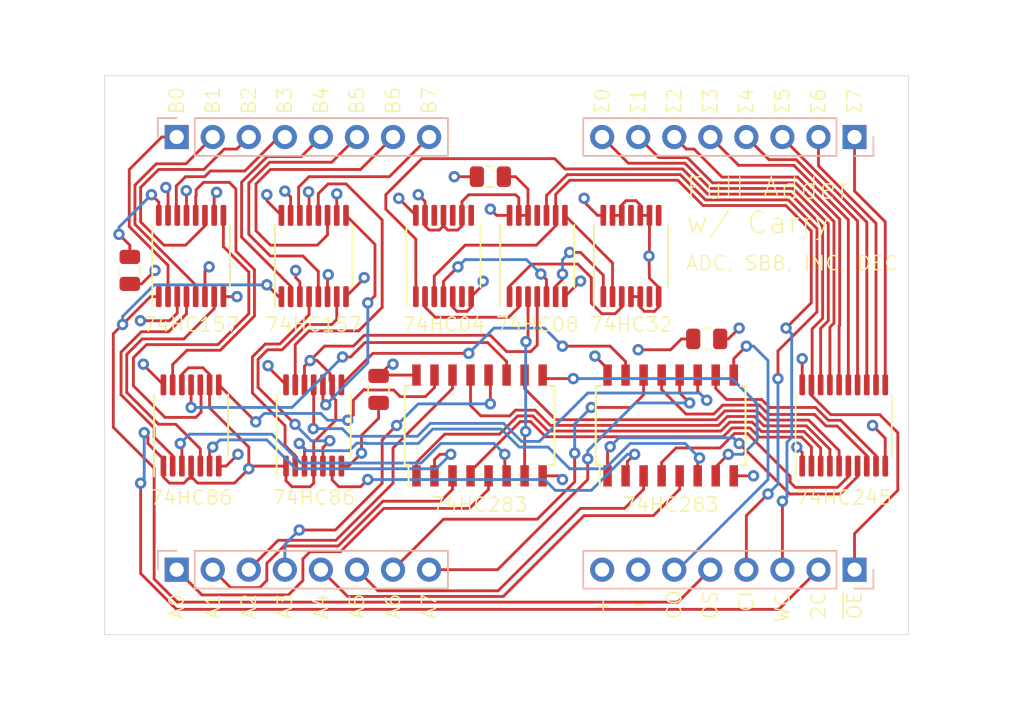
<source format=kicad_pcb>
(kicad_pcb (version 20211014) (generator pcbnew)
  (layers (0 "F.Cu" signal) (1 "In1.Cu" signal) (2 "In2.Cu" signal) (31 "B.Cu" signal) (34 "B.Paste" user) (35 "F.Paste" user) (36 "B.SilkS" user "B.Silkscreen") (37 "F.SilkS" user "F.Silkscreen") (38 "B.Mask" user) (39 "F.Mask" user) (44 "Edge.Cuts" user))
  (net 0 "")
  (net 1 "A7")
  (net 2 "A6")
  (net 3 "A5")
  (net 4 "A4")
  (net 5 "A3")
  (net 6 "A2")
  (net 7 "A1")
  (net 8 "A0")
  (net 9 "B7")
  (net 10 "B6")
  (net 11 "B5")
  (net 12 "B4")
  (net 13 "B3")
  (net 14 "B2")
  (net 15 "B1")
  (net 16 "B0")
  (net 17 "SUM0")
  (net 18 "SUM1")
  (net 19 "SUM2")
  (net 20 "SUM3")
  (net 21 "SUM4")
  (net 22 "SUM5")
  (net 23 "SUM6")
  (net 24 "SUM7")
  (net 25 "VCC")
  (net 26 "GND")
  (net 27 "ADDER_CARRY_OUT")
  (net 28 "OP_MUX_SEL")
  (net 29 "CARRY_FLAG_IN")
  (net 30 "ADC_SBB")
  (net 31 "TWOS_COMP")
  (net 32 "~{ADDER_OUT}")
  (net 33 "Net-(U1-Pad12)")
  (net 34 "Net-(U1-Pad9)")
  (net 35 "Net-(U1-Pad7)")
  (net 36 "Net-(U1-Pad4)")
  (net 37 "Net-(U2-Pad12)")
  (net 38 "Net-(U2-Pad9)")
  (net 39 "Net-(U2-Pad7)")
  (net 40 "Net-(U2-Pad4)")
  (net 41 "OP3")
  (net 42 "OP2")
  (net 43 "OP1")
  (net 44 "OP0")
  (net 45 "OP7")
  (net 46 "OP6")
  (net 47 "OP5")
  (net 48 "OP4")
  (net 49 "Net-(U5-Pad13)")
  (net 50 "Net-(U5-Pad10)")
  (net 51 "Net-(U5-Pad9)")
  (net 52 "ADDER_CARRY_IN")
  (net 53 "Net-(U5-Pad4)")
  (net 54 "Net-(U5-Pad1)")
  (net 55 "Net-(U6-Pad13)")
  (net 56 "Net-(U6-Pad10)")
  (net 57 "Net-(U6-Pad4)")
  (net 58 "Net-(U6-Pad1)")
  (net 59 "Net-(U32-Pad12)")
  (net 60 "Net-(U32-Pad10)")
  (net 61 "Net-(U32-Pad8)")
  (net 62 "Net-(U32-Pad6)")
  (net 63 "Net-(U32-Pad4)")
  (net 64 "Net-(U32-Pad2)")
  (net 65 "Net-(U33-Pad11)")
  (net 66 "Net-(U33-Pad8)")
  (net 67 "Net-(U33-Pad6)")
  (net 68 "Net-(U33-Pad1)")
  (net 69 "Net-(U34-Pad11)")
  (net 70 "Net-(U34-Pad8)")
  (net 71 "Net-(U34-Pad6)")
  (footprint "Package_SO:TSSOP-16_4.4x5mm_P0.65mm" (layer "F.Cu") (at 109.982 56.134 90)
    (fp_text reference "U1" hide)
    (fp_text value "74LS157")
  )
  (footprint "Package_SO:TSSOP-16_4.4x5mm_P0.65mm" (layer "F.Cu") (at 118.618 56.134 90)
    (fp_text reference "U2" hide)
    (fp_text value "74LS157")
  )
  (footprint "Package_SO:TSSOP-14_4.4x5mm_P0.65mm" (layer "F.Cu") (at 109.982 68.072 90)
    (fp_text reference "U3" hide)
    (fp_text value "74LS86")
  )
  (footprint "Package_SO:TSSOP-14_4.4x5mm_P0.65mm" (layer "F.Cu") (at 118.618 68.072 90)
    (fp_text reference "U4" hide)
    (fp_text value "74LS86")
  )
  (footprint "Package_SO:SOIC-16W_5.3x10.2mm_P1.27mm" (layer "F.Cu") (at 130.302 68.072 90)
    (fp_text reference "U5" hide)
    (fp_text value "74LS283")
  )
  (footprint "Package_SO:SOIC-16W_5.3x10.2mm_P1.27mm" (layer "F.Cu") (at 143.764 68.072 90)
    (fp_text reference "U6" hide)
    (fp_text value "74LS283")
  )
  (footprint "Package_SO:TSSOP-20_4.4x6.5mm_P0.65mm" (layer "F.Cu") (at 155.956 68.072 90)
    (fp_text reference "U7" hide)
    (fp_text value "74LS245")
  )
  (footprint "Package_SO:TSSOP-14_4.4x5mm_P0.65mm" (layer "F.Cu") (at 127.762 56.134 90)
    (fp_text reference "U32" hide)
    (fp_text value "74LS04")
  )
  (footprint "Package_SO:TSSOP-14_4.4x5mm_P0.65mm" (layer "F.Cu") (at 134.366 56.134 90)
    (fp_text reference "U33" hide)
    (fp_text value "74LS08")
  )
  (footprint "Package_SO:TSSOP-14_4.4x5mm_P0.65mm" (layer "F.Cu") (at 140.97 56.134 90)
    (fp_text reference "U34" hide)
    (fp_text value "74LS32")
  )
  (footprint "Capacitor_SMD:C_0805_2012Metric" (layer "F.Cu") (at 131.064 50.546)
    (fp_text reference "C1" hide)
    (fp_text value "C")
  )
  (footprint "Capacitor_SMD:C_0805_2012Metric" (layer "F.Cu") (at 146.304 61.976)
    (fp_text reference "C2" hide)
    (fp_text value "C")
  )
  (footprint "Capacitor_SMD:C_0805_2012Metric" (layer "F.Cu") (at 105.664 57.15 -90)
    (fp_text reference "C3" hide)
    (fp_text value "C")
  )
  (footprint "Capacitor_SMD:C_0805_2012Metric" (layer "F.Cu") (at 123.19 65.532 -90)
    (fp_text reference "C4" hide)
    (fp_text value "C")
  )
  (footprint "Connector_PinHeader_2.54mm:PinHeader_1x08_P2.54mm_Vertical" (layer "B.Cu") (at 108.966 78.232 -90)
    (fp_text reference "J1" hide)
    (fp_text value "Conn_01x08")
  )
  (footprint "Connector_PinHeader_2.54mm:PinHeader_1x08_P2.54mm_Vertical" (layer "B.Cu") (at 108.966 47.752 -90)
    (fp_text reference "J2" hide)
    (fp_text value "Conn_01x08")
  )
  (footprint "Connector_PinHeader_2.54mm:PinHeader_1x08_P2.54mm_Vertical" (layer "B.Cu") (at 156.718 47.752 90)
    (fp_text reference "J3" hide)
    (fp_text value "Conn_01x08")
  )
  (footprint "Connector_PinHeader_2.54mm:PinHeader_1x08_P2.54mm_Vertical" (layer "B.Cu") (at 156.718 78.232 90)
    (fp_text reference "J4" hide)
    (fp_text value "Conn_01x08")
  )
  (gr_line (start 160.528 43.434) (end 160.528 46.228) (layer "Edge.Cuts") (width 0.05))
  (gr_line (start 160.528 82.296) (end 160.528 81.534) (layer "Edge.Cuts") (width 0.05))
  (gr_line (start 103.886 81.534) (end 103.886 82.296) (layer "Edge.Cuts") (width 0.05))
  (gr_line (start 160.528 82.296) (end 160.528 82.804) (layer "Edge.Cuts") (width 0.05))
  (gr_line (start 103.886 82.804) (end 103.886 82.296) (layer "Edge.Cuts") (width 0.05))
  (gr_line (start 103.886 43.434) (end 160.528 43.434) (layer "Edge.Cuts") (width 0.05))
  (gr_line (start 160.528 80.264) (end 160.528 81.534) (layer "Edge.Cuts") (width 0.05))
  (gr_line (start 160.528 46.228) (end 160.528 80.264) (layer "Edge.Cuts") (width 0.05))
  (gr_line (start 103.886 81.534) (end 103.886 43.434) (layer "Edge.Cuts") (width 0.05))
  (gr_line (start 160.528 82.804) (end 103.886 82.804) (layer "Edge.Cuts") (width 0.05))
  (gr_text "B1" (at 111.506 46.228 90) (layer "F.SilkS") (effects (font (size 1 1) (thickness 0.1)) (justify left)))
  (gr_text "B2" (at 114.046 46.228 90) (layer "F.SilkS") (effects (font (size 1 1) (thickness 0.1)) (justify left)))
  (gr_text "B3" (at 116.586 46.228 90) (layer "F.SilkS") (effects (font (size 1 1) (thickness 0.1)) (justify left)))
  (gr_text "B4" (at 119.126 46.228 90) (layer "F.SilkS") (effects (font (size 1 1) (thickness 0.1)) (justify left)))
  (gr_text "B5" (at 121.666 46.228 90) (layer "F.SilkS") (effects (font (size 1 1) (thickness 0.1)) (justify left)))
  (gr_text "B6" (at 124.206 46.228 90) (layer "F.SilkS") (effects (font (size 1 1) (thickness 0.1)) (justify left)))
  (gr_text "B7" (at 126.746 46.228 90) (layer "F.SilkS") (effects (font (size 1 1) (thickness 0.1)) (justify left)))
  (gr_text "Σ4" (at 149.098 46.228 90) (layer "F.SilkS") (effects (font (size 1 1) (thickness 0.1)) (justify left)))
  (gr_text "Σ2" (at 144.018 46.228 90) (layer "F.SilkS") (effects (font (size 1 1) (thickness 0.1)) (justify left)))
  (gr_text "Σ7" (at 156.718 46.228 90) (layer "F.SilkS") (effects (font (size 1 1) (thickness 0.1)) (justify left)))
  (gr_text "Σ1" (at 141.478 46.228 90) (layer "F.SilkS") (effects (font (size 1 1) (thickness 0.1)) (justify left)))
  (gr_text "Σ5" (at 151.638 46.228 90) (layer "F.SilkS") (effects (font (size 1 1) (thickness 0.1)) (justify left)))
  (gr_text "Σ3" (at 146.558 46.228 90) (layer "F.SilkS") (effects (font (size 1 1) (thickness 0.1)) (justify left)))
  (gr_text "Σ6" (at 154.178 46.228 90) (layer "F.SilkS") (effects (font (size 1 1) (thickness 0.1)) (justify left)))
  (gr_text "Σ0" (at 138.938 46.228 90) (layer "F.SilkS") (effects (font (size 1 1) (thickness 0.1)) (justify left)))
  (gr_text "B0" (at 108.966 46.228 90) (layer "F.SilkS") (effects (font (size 1 1) (thickness 0.1)) (justify left)))
  (gr_text "A0" (at 108.966 81.788 90) (layer "F.SilkS") (effects (font (size 1 1) (thickness 0.1)) (justify left)))
  (gr_text "A1" (at 111.506 81.788 90) (layer "F.SilkS") (effects (font (size 1 1) (thickness 0.1)) (justify left)))
  (gr_text "A3" (at 116.586 81.788 90) (layer "F.SilkS") (effects (font (size 1 1) (thickness 0.1)) (justify left)))
  (gr_text "A2" (at 114.046 81.788 90) (layer "F.SilkS") (effects (font (size 1 1) (thickness 0.1)) (justify left)))
  (gr_text "A7" (at 126.746 81.788 90) (layer "F.SilkS") (effects (font (size 1 1) (thickness 0.1)) (justify left)))
  (gr_text "A6" (at 124.206 81.788 90) (layer "F.SilkS") (effects (font (size 1 1) (thickness 0.1)) (justify left)))
  (gr_text "A5" (at 121.666 81.788 90) (layer "F.SilkS") (effects (font (size 1 1) (thickness 0.1)) (justify left)))
  (gr_text "A4" (at 119.126 81.788 90) (layer "F.SilkS") (effects (font (size 1 1) (thickness 0.1)) (justify left)))
  (gr_text "OS" (at 146.558 81.788 90) (layer "F.SilkS") (effects (font (size 1 1) (thickness 0.1)) (justify left)))
  (gr_text "CO" (at 144.018 81.788 90) (layer "F.SilkS") (effects (font (size 1 1) (thickness 0.1)) (justify left)))
  (gr_text "WC" (at 151.638 82.042 90) (layer "F.SilkS") (effects (font (size 1 1) (thickness 0.1)) (justify left)))
  (gr_text "-" (at 142.24 80.772 180) (layer "F.SilkS") (effects (font (size 1 1) (thickness 0.1)) (justify left)))
  (gr_text "CI" (at 149.098 81.28 90) (layer "F.SilkS") (effects (font (size 1 1) (thickness 0.1)) (justify left)))
  (gr_text "2C" (at 154.178 81.788 90) (layer "F.SilkS") (effects (font (size 1 1) (thickness 0.1)) (justify left)))
  (gr_text "~{OE}" (at 156.718 81.788 90) (layer "F.SilkS") (effects (font (size 1 1) (thickness 0.1)) (justify left)))
  (gr_text "+" (at 138.938 81.534 90) (layer "F.SilkS") (effects (font (size 1 1) (thickness 0.1)) (justify left)))
  (gr_text "Full Adder\nw/ Carry" (at 144.78 52.578) (layer "F.SilkS") (effects (font (size 1.5 1.5) (thickness 0.1)) (justify left)))
  (gr_text "ADC, SBB, INC, DEC" (at 144.78 56.642) (layer "F.SilkS") (effects (font (size 1 1) (thickness 0.1)) (justify left)))
  (gr_text "B0" (at 108.966 46.228 90) (layer "F.SilkS") (effects (font (size 1 1) (thickness 0.1)) (justify left)))
  (segment (start 144.399 65.785278) (end 145.099732 66.48601) (width 0.2) (layer "F.Cu") (net 1))
  (segment (start 137.922 71.882) (end 137.922 70.41999) (width 0.2) (layer "F.Cu") (net 1))
  (segment (start 126.746 78.232) (end 131.572 78.232) (width 0.2) (layer "F.Cu") (net 1))
  (segment (start 131.572 78.232) (end 137.922 71.882) (width 0.2) (layer "F.Cu") (net 1))
  (segment (start 144.399 64.522) (end 144.399 65.785278) (width 0.2) (layer "F.Cu") (net 1))
  (via (at 137.922 70.41999) (size 0.8) (drill 0.4) (layers "F.Cu" "B.Cu") (net 1))
  (via (at 145.099732 66.48601) (size 0.8) (drill 0.4) (layers "F.Cu" "B.Cu") (net 1))
  (segment (start 137.922 69.854305) (end 137.922 70.41999) (width 0.2) (layer "B.Cu") (net 1))
  (segment (start 141.290295 66.48601) (end 137.922 69.854305) (width 0.2) (layer "B.Cu") (net 1))
  (segment (start 145.099732 66.48601) (end 141.290295 66.48601) (width 0.2) (layer "B.Cu") (net 1))
  (segment (start 124.206 78.232) (end 127.762 74.676) (width 0.2) (layer "F.Cu") (net 2))
  (segment (start 140.97 66.802) (end 141.859 65.913) (width 0.2) (layer "F.Cu") (net 2))
  (segment (start 141.859 65.913) (end 141.859 64.522) (width 0.2) (layer "F.Cu") (net 2))
  (segment (start 134.366 74.676) (end 137.003594 72.038406) (width 0.2) (layer "F.Cu") (net 2))
  (segment (start 127.762 74.676) (end 134.366 74.676) (width 0.2) (layer "F.Cu") (net 2))
  (segment (start 138.176 66.802) (end 140.97 66.802) (width 0.2) (layer "F.Cu") (net 2))
  (segment (start 137.003594 72.038406) (end 137.003594 70.024319) (width 0.2) (layer "F.Cu") (net 2))
  (via (at 138.176 66.802) (size 0.8) (drill 0.4) (layers "F.Cu" "B.Cu") (net 2))
  (via (at 137.003594 70.024319) (size 0.8) (drill 0.4) (layers "F.Cu" "B.Cu") (net 2))
  (segment (start 137.003594 67.974406) (end 137.003594 70.024319) (width 0.2) (layer "B.Cu") (net 2))
  (segment (start 138.176 66.802) (end 137.003594 67.974406) (width 0.2) (layer "B.Cu") (net 2))
  (segment (start 123.151978 79.717978) (end 131.610022 79.717978) (width 0.2) (layer "F.Cu") (net 3))
  (segment (start 121.666 78.232) (end 123.151978 79.717978) (width 0.2) (layer "F.Cu") (net 3))
  (segment (start 140.517 73.914) (end 141.859 72.572) (width 0.2) (layer "F.Cu") (net 3))
  (segment (start 131.610022 79.717978) (end 137.414 73.914) (width 0.2) (layer "F.Cu") (net 3))
  (segment (start 137.414 73.914) (end 140.517 73.914) (width 0.2) (layer "F.Cu") (net 3))
  (segment (start 141.859 72.572) (end 141.859 71.622) (width 0.2) (layer "F.Cu") (net 3))
  (segment (start 121.011989 80.117989) (end 131.972011 80.117989) (width 0.2) (layer "F.Cu") (net 4))
  (segment (start 119.126 78.232) (end 121.011989 80.117989) (width 0.2) (layer "F.Cu") (net 4))
  (segment (start 142.549 74.422) (end 144.399 72.572) (width 0.2) (layer "F.Cu") (net 4))
  (segment (start 144.399 72.572) (end 144.399 71.622) (width 0.2) (layer "F.Cu") (net 4))
  (segment (start 131.972011 80.117989) (end 137.668 74.422) (width 0.2) (layer "F.Cu") (net 4))
  (segment (start 137.668 74.422) (end 142.549 74.422) (width 0.2) (layer "F.Cu") (net 4))
  (segment (start 120.142 75.438) (end 123.444 72.136) (width 0.2) (layer "F.Cu") (net 5))
  (segment (start 131.064 64.649) (end 130.937 64.522) (width 0.2) (layer "F.Cu") (net 5))
  (segment (start 123.444 72.136) (end 123.444 69.088) (width 0.2) (layer "F.Cu") (net 5))
  (segment (start 123.444 69.088) (end 124.46 68.072) (width 0.2) (layer "F.Cu") (net 5))
  (segment (start 117.602 75.438) (end 120.142 75.438) (width 0.2) (layer "F.Cu") (net 5))
  (segment (start 131.064 66.548) (end 131.064 64.649) (width 0.2) (layer "F.Cu") (net 5))
  (via (at 131.064 66.548) (size 0.8) (drill 0.4) (layers "F.Cu" "B.Cu") (net 5))
  (via (at 117.602 75.438) (size 0.8) (drill 0.4) (layers "F.Cu" "B.Cu") (net 5))
  (via (at 124.46 68.072) (size 0.8) (drill 0.4) (layers "F.Cu" "B.Cu") (net 5))
  (segment (start 125.984 66.548) (end 131.064 66.548) (width 0.2) (layer "B.Cu") (net 5))
  (segment (start 116.586 76.454) (end 117.602 75.438) (width 0.2) (layer "B.Cu") (net 5))
  (segment (start 124.46 68.072) (end 125.984 66.548) (width 0.2) (layer "B.Cu") (net 5))
  (segment (start 116.586 78.232) (end 116.586 76.454) (width 0.2) (layer "B.Cu") (net 5))
  (segment (start 128.397 65.472) (end 128.397 64.522) (width 0.2) (layer "F.Cu") (net 6))
  (segment (start 124.206 72.136) (end 124.206 69.663) (width 0.2) (layer "F.Cu") (net 6))
  (segment (start 116.116022 76.161978) (end 120.180022 76.161978) (width 0.2) (layer "F.Cu") (net 6))
  (segment (start 114.046 78.232) (end 116.116022 76.161978) (width 0.2) (layer "F.Cu") (net 6))
  (segment (start 120.180022 76.161978) (end 124.206 72.136) (width 0.2) (layer "F.Cu") (net 6))
  (segment (start 124.206 69.663) (end 128.397 65.472) (width 0.2) (layer "F.Cu") (net 6))
  (segment (start 116.535711 76.561989) (end 120.345711 76.561989) (width 0.2) (layer "F.Cu") (net 7))
  (segment (start 111.506 78.232) (end 112.776 79.502) (width 0.2) (layer "F.Cu") (net 7))
  (segment (start 112.776 79.502) (end 114.808 79.502) (width 0.2) (layer "F.Cu") (net 7))
  (segment (start 128.397 72.572) (end 128.397 71.622) (width 0.2) (layer "F.Cu") (net 7))
  (segment (start 115.316 77.7817) (end 116.535711 76.561989) (width 0.2) (layer "F.Cu") (net 7))
  (segment (start 123.5017 73.406) (end 127.563 73.406) (width 0.2) (layer "F.Cu") (net 7))
  (segment (start 120.345711 76.561989) (end 123.5017 73.406) (width 0.2) (layer "F.Cu") (net 7))
  (segment (start 115.316 78.994) (end 115.316 77.7817) (width 0.2) (layer "F.Cu") (net 7))
  (segment (start 127.563 73.406) (end 128.397 72.572) (width 0.2) (layer "F.Cu") (net 7))
  (segment (start 114.808 79.502) (end 115.316 78.994) (width 0.2) (layer "F.Cu") (net 7))
  (segment (start 120.5114 76.962) (end 123.5594 73.914) (width 0.2) (layer "F.Cu") (net 8))
  (segment (start 123.5594 73.914) (end 129.595 73.914) (width 0.2) (layer "F.Cu") (net 8))
  (segment (start 110.744 80.01) (end 116.84 80.01) (width 0.2) (layer "F.Cu") (net 8))
  (segment (start 130.937 72.572) (end 130.937 71.622) (width 0.2) (layer "F.Cu") (net 8))
  (segment (start 118.364 76.962) (end 120.5114 76.962) (width 0.2) (layer "F.Cu") (net 8))
  (segment (start 129.595 73.914) (end 130.937 72.572) (width 0.2) (layer "F.Cu") (net 8))
  (segment (start 108.966 78.232) (end 110.744 80.01) (width 0.2) (layer "F.Cu") (net 8))
  (segment (start 116.84 80.01) (end 117.856 78.994) (width 0.2) (layer "F.Cu") (net 8))
  (segment (start 117.856 78.994) (end 117.856 77.47) (width 0.2) (layer "F.Cu") (net 8))
  (segment (start 117.856 77.47) (end 118.364 76.962) (width 0.2) (layer "F.Cu") (net 8))
  (segment (start 117.554874 51.280546) (end 117.554874 53.183374) (width 0.2) (layer "F.Cu") (net 9))
  (segment (start 126.746 47.752) (end 123.952 50.546) (width 0.2) (layer "F.Cu") (net 9))
  (segment (start 123.952 50.546) (end 118.28942 50.546) (width 0.2) (layer "F.Cu") (net 9))
  (segment (start 117.554874 53.183374) (end 117.643 53.2715) (width 0.2) (layer "F.Cu") (net 9))
  (segment (start 118.28942 50.546) (end 117.554874 51.280546) (width 0.2) (layer "F.Cu") (net 9))
  (segment (start 115.57 50.038) (end 114.554 51.054) (width 0.2) (layer "F.Cu") (net 10))
  (segment (start 114.554 51.054) (end 114.554 54.356) (width 0.2) (layer "F.Cu") (net 10))
  (segment (start 119.593 54.651) (end 119.593 53.2715) (width 0.2) (layer "F.Cu") (net 10))
  (segment (start 124.206 47.752) (end 121.92 50.038) (width 0.2) (layer "F.Cu") (net 10))
  (segment (start 118.872 55.372) (end 119.593 54.651) (width 0.2) (layer "F.Cu") (net 10))
  (segment (start 121.92 50.038) (end 115.57 50.038) (width 0.2) (layer "F.Cu") (net 10))
  (segment (start 115.57 55.372) (end 118.872 55.372) (width 0.2) (layer "F.Cu") (net 10))
  (segment (start 114.554 54.356) (end 115.57 55.372) (width 0.2) (layer "F.Cu") (net 10))
  (segment (start 114.046 54.61) (end 115.57 56.134) (width 0.2) (layer "F.Cu") (net 11))
  (segment (start 118.943 57.221) (end 118.943 58.9965) (width 0.2) (layer "F.Cu") (net 11))
  (segment (start 119.888 49.53) (end 115.5123 49.53) (width 0.2) (layer "F.Cu") (net 11))
  (segment (start 115.5123 49.53) (end 114.046 50.9963) (width 0.2) (layer "F.Cu") (net 11))
  (segment (start 115.57 56.134) (end 117.856 56.134) (width 0.2) (layer "F.Cu") (net 11))
  (segment (start 117.856 56.134) (end 118.943 57.221) (width 0.2) (layer "F.Cu") (net 11))
  (segment (start 121.666 47.752) (end 119.888 49.53) (width 0.2) (layer "F.Cu") (net 11))
  (segment (start 114.046 50.9963) (end 114.046 54.61) (width 0.2) (layer "F.Cu") (net 11))
  (segment (start 119.126 47.752) (end 117.748011 49.129989) (width 0.2) (layer "F.Cu") (net 12))
  (segment (start 113.538 50.9386) (end 113.538 54.804) (width 0.2) (layer "F.Cu") (net 12))
  (segment (start 117.748011 49.129989) (end 115.346611 49.129989) (width 0.2) (layer "F.Cu") (net 12))
  (segment (start 116.993 58.259) (end 116.993 58.9965) (width 0.2) (layer "F.Cu") (net 12))
  (segment (start 115.346611 49.129989) (end 113.538 50.9386) (width 0.2) (layer "F.Cu") (net 12))
  (segment (start 113.538 54.804) (end 116.993 58.259) (width 0.2) (layer "F.Cu") (net 12))
  (segment (start 116.586 47.752) (end 116.1589 47.752) (width 0.2) (layer "F.Cu") (net 13))
  (segment (start 113.764909 50.145991) (end 111.340309 50.145991) (width 0.2) (layer "F.Cu") (net 13))
  (segment (start 111.340309 50.145991) (end 110.940301 50.545999) (width 0.2) (layer "F.Cu") (net 13))
  (segment (start 110.940301 50.545999) (end 109.59157 50.546) (width 0.2) (layer "F.Cu") (net 13))
  (segment (start 108.939532 51.198038) (end 108.939532 53.204032) (width 0.2) (layer "F.Cu") (net 13))
  (segment (start 108.939532 53.204032) (end 109.007 53.2715) (width 0.2) (layer "F.Cu") (net 13))
  (segment (start 109.59157 50.546) (end 108.939532 51.198038) (width 0.2) (layer "F.Cu") (net 13))
  (segment (start 116.1589 47.752) (end 113.764909 50.145991) (width 0.2) (layer "F.Cu") (net 13))
  (segment (start 110.957 54.009) (end 110.957 53.2715) (width 0.2) (layer "F.Cu") (net 14))
  (segment (start 107.696 50.038) (end 106.426 51.308) (width 0.2) (layer "F.Cu") (net 14))
  (segment (start 112.318601 48.601999) (end 110.8826 50.038) (width 0.2) (layer "F.Cu") (net 14))
  (segment (start 114.046 47.752) (end 113.196001 48.601999) (width 0.2) (layer "F.Cu") (net 14))
  (segment (start 106.426 53.7326) (end 108.0654 55.372) (width 0.2) (layer "F.Cu") (net 14))
  (segment (start 113.196001 48.601999) (end 112.318601 48.601999) (width 0.2) (layer "F.Cu") (net 14))
  (segment (start 109.594 55.372) (end 110.957 54.009) (width 0.2) (layer "F.Cu") (net 14))
  (segment (start 106.426 51.308) (end 106.426 53.7326) (width 0.2) (layer "F.Cu") (net 14))
  (segment (start 110.8826 50.038) (end 107.696 50.038) (width 0.2) (layer "F.Cu") (net 14))
  (segment (start 108.0654 55.372) (end 109.594 55.372) (width 0.2) (layer "F.Cu") (net 14))
  (segment (start 111.506 47.752) (end 109.620011 49.637989) (width 0.2) (layer "F.Cu") (net 15))
  (segment (start 106.025989 51.142311) (end 106.025989 53.898289) (width 0.2) (layer "F.Cu") (net 15))
  (segment (start 107.530311 49.637989) (end 106.025989 51.142311) (width 0.2) (layer "F.Cu") (net 15))
  (segment (start 110.307 58.1793) (end 110.307 58.9965) (width 0.2) (layer "F.Cu") (net 15))
  (segment (start 109.620011 49.637989) (end 107.530311 49.637989) (width 0.2) (layer "F.Cu") (net 15))
  (segment (start 106.025989 53.898289) (end 110.307 58.1793) (width 0.2) (layer "F.Cu") (net 15))
  (segment (start 105.625978 50.042022) (end 105.625978 54.063978) (width 0.2) (layer "F.Cu") (net 16))
  (segment (start 108.357 58.259) (end 108.357 58.9965) (width 0.2) (layer "F.Cu") (net 16))
  (segment (start 107.916 47.752) (end 105.625978 50.042022) (width 0.2) (layer "F.Cu") (net 16))
  (segment (start 108.966 47.752) (end 107.916 47.752) (width 0.2) (layer "F.Cu") (net 16))
  (segment (start 108.357 56.795) (end 108.357 58.259) (width 0.2) (layer "F.Cu") (net 16))
  (segment (start 105.625978 54.063978) (end 108.357 56.795) (width 0.2) (layer "F.Cu") (net 16))
  (segment (start 154.870033 53.870233) (end 154.870033 60.695067) (width 0.2) (layer "F.Cu") (net 17))
  (segment (start 146.547067 51.377967) (end 152.377767 51.377967) (width 0.2) (layer "F.Cu") (net 17))
  (segment (start 140.785967 49.599967) (end 144.769067 49.599967) (width 0.2) (layer "F.Cu") (net 17))
  (segment (start 138.938 47.752) (end 140.785967 49.599967) (width 0.2) (layer "F.Cu") (net 17))
  (segment (start 152.377767 51.377967) (end 154.870033 53.870233) (width 0.2) (layer "F.Cu") (net 17))
  (segment (start 144.769067 49.599967) (end 146.547067 51.377967) (width 0.2) (layer "F.Cu") (net 17))
  (segment (start 154.331 61.2341) (end 154.331 65.2095) (width 0.2) (layer "F.Cu") (net 17))
  (segment (start 154.870033 60.695067) (end 154.331 61.2341) (width 0.2) (layer "F.Cu") (net 17))
  (segment (start 155.270044 60.860756) (end 155.270044 53.704544) (width 0.2) (layer "F.Cu") (net 18))
  (segment (start 152.543456 50.977956) (end 146.712756 50.977956) (width 0.2) (layer "F.Cu") (net 18))
  (segment (start 155.270044 53.704544) (end 152.543456 50.977956) (width 0.2) (layer "F.Cu") (net 18))
  (segment (start 144.934756 49.199956) (end 142.925956 49.199956) (width 0.2) (layer "F.Cu") (net 18))
  (segment (start 142.925956 49.199956) (end 141.478 47.752) (width 0.2) (layer "F.Cu") (net 18))
  (segment (start 154.981 61.1498) (end 154.981 65.2095) (width 0.2) (layer "F.Cu") (net 18))
  (segment (start 146.712756 50.977956) (end 144.934756 49.199956) (width 0.2) (layer "F.Cu") (net 18))
  (segment (start 155.270044 60.860756) (end 154.981 61.1498) (width 0.2) (layer "F.Cu") (net 18))
  (segment (start 155.206 60.9248) (end 155.270044 60.860756) (width 0.2) (layer "F.Cu") (net 18))
  (segment (start 155.631 65.2095) (end 155.631 61.065499) (width 0.2) (layer "F.Cu") (net 19))
  (segment (start 144.867999 48.601999) (end 144.018 47.752) (width 0.2) (layer "F.Cu") (net 19))
  (segment (start 147.386445 50.577945) (end 145.410499 48.601999) (width 0.2) (layer "F.Cu") (net 19))
  (segment (start 155.631 61.065499) (end 155.670054 61.026445) (width 0.2) (layer "F.Cu") (net 19))
  (segment (start 155.670054 61.026445) (end 155.670054 53.538854) (width 0.2) (layer "F.Cu") (net 19))
  (segment (start 145.410499 48.601999) (end 144.867999 48.601999) (width 0.2) (layer "F.Cu") (net 19))
  (segment (start 152.709145 50.577945) (end 147.386445 50.577945) (width 0.2) (layer "F.Cu") (net 19))
  (segment (start 155.670054 53.538854) (end 152.709145 50.577945) (width 0.2) (layer "F.Cu") (net 19))
  (segment (start 156.281 64.472) (end 156.281 65.2095) (width 0.2) (layer "F.Cu") (net 20))
  (segment (start 152.442878 49.745978) (end 156.281 53.5841) (width 0.2) (layer "F.Cu") (net 20))
  (segment (start 156.281 53.5841) (end 156.281 64.472) (width 0.2) (layer "F.Cu") (net 20))
  (segment (start 148.551978 49.745978) (end 152.442878 49.745978) (width 0.2) (layer "F.Cu") (net 20))
  (segment (start 146.558 47.752) (end 148.551978 49.745978) (width 0.2) (layer "F.Cu") (net 20))
  (segment (start 150.691967 49.345967) (end 149.098 47.752) (width 0.2) (layer "F.Cu") (net 21))
  (segment (start 156.931 65.2095) (end 156.931 53.6684) (width 0.2) (layer "F.Cu") (net 21))
  (segment (start 152.608567 49.345967) (end 150.691967 49.345967) (width 0.2) (layer "F.Cu") (net 21))
  (segment (start 156.931 53.6684) (end 152.608567 49.345967) (width 0.2) (layer "F.Cu") (net 21))
  (segment (start 151.638 47.752) (end 151.638 47.8097) (width 0.2) (layer "F.Cu") (net 22))
  (segment (start 157.581 53.7527) (end 157.581 65.2095) (width 0.2) (layer "F.Cu") (net 22))
  (segment (start 151.638 47.8097) (end 157.581 53.7527) (width 0.2) (layer "F.Cu") (net 22))
  (segment (start 158.231 53.837) (end 154.178 49.784) (width 0.2) (layer "F.Cu") (net 23))
  (segment (start 154.178 49.784) (end 154.178 47.752) (width 0.2) (layer "F.Cu") (net 23))
  (segment (start 158.231 65.2095) (end 158.231 53.837) (width 0.2) (layer "F.Cu") (net 23))
  (segment (start 156.718 47.752) (end 156.718 51.562) (width 0.2) (layer "F.Cu") (net 24))
  (segment (start 156.718 51.562) (end 158.881 53.725) (width 0.2) (layer "F.Cu") (net 24))
  (segment (start 158.881 53.725) (end 158.881 65.2095) (width 0.2) (layer "F.Cu") (net 24))
  (segment (start 107.707 52.335) (end 107.188 51.816) (width 0.2) (layer "F.Cu") (net 25))
  (segment (start 130.114 50.546) (end 128.524 50.546) (width 0.2) (layer "F.Cu") (net 25))
  (segment (start 105.664 55.372) (end 105.664 56.2) (width 0.2) (layer "F.Cu") (net 25))
  (segment (start 119.593 57.499081) (end 119.64301 57.449071) (width 0.2) (layer "F.Cu") (net 25))
  (segment (start 125.857 64.522) (end 123.25 64.522) (width 0.2) (layer "F.Cu") (net 25))
  (segment (start 116.343 53.2715) (end 115.316 52.2445) (width 0.2) (layer "F.Cu") (net 25))
  (segment (start 131.5035 53.2715) (end 131.064 52.832) (width 0.2) (layer "F.Cu") (net 25))
  (segment (start 110.957 58.9965) (end 110.957 57.191) (width 0.2) (layer "F.Cu") (net 25))
  (segment (start 108.471023 60.692977) (end 106.412977 60.692977) (width 0.2) (layer "F.Cu") (net 25))
  (segment (start 145.354 61.976) (end 144.526 61.976) (width 0.2) (layer "F.Cu") (net 25))
  (segment (start 139.319 64.522) (end 139.319 64.07301) (width 0.2) (layer "F.Cu") (net 25))
  (segment (start 120.243 51.758743) (end 120.247733 51.75401) (width 0.2) (layer "F.Cu") (net 25))
  (segment (start 120.243 53.2715) (end 120.243 51.758743) (width 0.2) (layer "F.Cu") (net 25))
  (segment (start 117.643 58.9965) (end 117.643 57.953) (width 0.2) (layer "F.Cu") (net 25))
  (segment (start 117.348 57.658) (end 117.348 57.15) (width 0.2) (layer "F.Cu") (net 25))
  (segment (start 109.007 58.9965) (end 109.007 60.157) (width 0.2) (layer "F.Cu") (net 25))
  (segment (start 143.764 62.738) (end 141.478 62.738) (width 0.2) (layer "F.Cu") (net 25))
  (segment (start 124.018 63.754) (end 123.19 64.582) (width 0.2) (layer "F.Cu") (net 25))
  (segment (start 108.032 65.2095) (end 106.61801 63.79551) (width 0.2) (layer "F.Cu") (net 25))
  (segment (start 106.61801 63.79551) (end 106.61801 63.754) (width 0.2) (layer "F.Cu") (net 25))
  (segment (start 153.031 70.9345) (end 153.031 69.973) (width 0.2) (layer "F.Cu") (net 25))
  (segment (start 139.319 64.07301) (end 138.43 63.18401) (width 0.2) (layer "F.Cu") (net 25))
  (segment (start 144.526 61.976) (end 143.764 62.738) (width 0.2) (layer "F.Cu") (net 25))
  (segment (start 132.416 53.2715) (end 131.5035 53.2715) (width 0.2) (layer "F.Cu") (net 25))
  (segment (start 109.007 60.157) (end 108.471023 60.692977) (width 0.2) (layer "F.Cu") (net 25))
  (segment (start 116.668 65.2095) (end 115.400021 63.941521) (width 0.2) (layer "F.Cu") (net 25))
  (segment (start 125.812 53.2715) (end 124.6105 52.07) (width 0.2) (layer "F.Cu") (net 25))
  (segment (start 109.657 53.2715) (end 109.657 51.551506) (width 0.2) (layer "F.Cu") (net 25))
  (segment (start 109.657 51.551506) (end 109.639534 51.53404) (width 0.2) (layer "F.Cu") (net 25))
  (segment (start 118.293 53.2715) (end 118.293 51.654672) (width 0.2) (layer "F.Cu") (net 25))
  (segment (start 104.902 54.61) (end 105.664 55.372) (width 0.2) (layer "F.Cu") (net 25))
  (segment (start 138.6155 53.2715) (end 137.668 52.324) (width 0.2) (layer "F.Cu") (net 25))
  (segment (start 117.643 57.953) (end 117.348 57.658) (width 0.2) (layer "F.Cu") (net 25))
  (segment (start 111.607 53.2715) (end 111.607 51.814462) (width 0.2) (layer "F.Cu") (net 25))
  (segment (start 124.206 63.754) (end 124.018 63.754) (width 0.2) (layer "F.Cu") (net 25))
  (segment (start 153.031 69.973) (end 152.654 69.596) (width 0.2) (layer "F.Cu") (net 25))
  (segment (start 153.031 65.2095) (end 153.031 63.369) (width 0.2) (layer "F.Cu") (net 25))
  (segment (start 115.400021 63.941521) (end 115.400021 63.8575) (width 0.2) (layer "F.Cu") (net 25))
  (segment (start 115.316 52.2445) (end 115.316 51.816) (width 0.2) (layer "F.Cu") (net 25))
  (segment (start 137.668 52.324) (end 137.668 52.07) (width 0.2) (layer "F.Cu") (net 25))
  (segment (start 123.25 64.522) (end 123.19 64.582) (width 0.2) (layer "F.Cu") (net 25))
  (segment (start 139.02 53.2715) (end 138.6155 53.2715) (width 0.2) (layer "F.Cu") (net 25))
  (segment (start 107.707 53.2715) (end 107.707 52.335) (width 0.2) (layer "F.Cu") (net 25))
  (segment (start 118.293 51.654672) (end 118.254876 51.616548) (width 0.2) (layer "F.Cu") (net 25))
  (segment (start 110.957 57.191) (end 111.252 56.896) (width 0.2) (layer "F.Cu") (net 25))
  (segment (start 119.593 58.9965) (end 119.593 57.499081) (width 0.2) (layer "F.Cu") (net 25))
  (segment (start 111.607 51.814462) (end 111.775442 51.64602) (width 0.2) (layer "F.Cu") (net 25))
  (via (at 124.206 63.754) (size 0.8) (drill 0.4) (layers "F.Cu" "B.Cu") (net 25))
  (via (at 138.43 63.18401) (size 0.8) (drill 0.4) (layers "F.Cu" "B.Cu") (net 25))
  (via (at 111.252 56.896) (size 0.8) (drill 0.4) (layers "F.Cu" "B.Cu") (net 25))
  (via (at 141.478 62.738) (size 0.8) (drill 0.4) (layers "F.Cu" "B.Cu") (net 25))
  (via (at 107.188 51.816) (size 0.8) (drill 0.4) (layers "F.Cu" "B.Cu") (net 25))
  (via (at 124.6105 52.07) (size 0.8) (drill 0.4) (layers "F.Cu" "B.Cu") (net 25))
  (via (at 106.61801 63.754) (size 0.8) (drill 0.4) (layers "F.Cu" "B.Cu") (net 25))
  (via (at 106.412977 60.692977) (size 0.8) (drill 0.4) (layers "F.Cu" "B.Cu") (net 25))
  (via (at 117.348 57.15) (size 0.8) (drill 0.4) (layers "F.Cu" "B.Cu") (net 25))
  (via (at 115.400021 63.8575) (size 0.8) (drill 0.4) (layers "F.Cu" "B.Cu") (net 25))
  (via (at 152.654 69.596) (size 0.8) (drill 0.4) (layers "F.Cu" "B.Cu") (net 25))
  (via (at 119.64301 57.449071) (size 0.8) (drill 0.4) (layers "F.Cu" "B.Cu") (net 25))
  (via (at 115.316 51.816) (size 0.8) (drill 0.4) (layers "F.Cu" "B.Cu") (net 25))
  (via (at 111.775442 51.64602) (size 0.8) (drill 0.4) (layers "F.Cu" "B.Cu") (net 25))
  (via (at 131.064 52.832) (size 0.8) (drill 0.4) (layers "F.Cu" "B.Cu") (net 25))
  (via (at 120.247733 51.75401) (size 0.8) (drill 0.4) (layers "F.Cu" "B.Cu") (net 25))
  (via (at 118.254876 51.616548) (size 0.8) (drill 0.4) (layers "F.Cu" "B.Cu") (net 25))
  (via (at 137.668 52.07) (size 0.8) (drill 0.4) (layers "F.Cu" "B.Cu") (net 25))
  (via (at 153.031 63.369) (size 0.8) (drill 0.4) (layers "F.Cu" "B.Cu") (net 25))
  (via (at 128.524 50.546) (size 0.8) (drill 0.4) (layers "F.Cu" "B.Cu") (net 25))
  (via (at 104.902 54.61) (size 0.8) (drill 0.4) (layers "F.Cu" "B.Cu") (net 25))
  (via (at 109.639534 51.53404) (size 0.8) (drill 0.4) (layers "F.Cu" "B.Cu") (net 25))
  (segment (start 105.664 53.34) (end 104.902 54.102) (width 0.2) (layer "B.Cu") (net 25))
  (segment (start 104.902 54.102) (end 104.902 54.61) (width 0.2) (layer "B.Cu") (net 25))
  (segment (start 107.188 51.816) (end 105.664 53.34) (width 0.2) (layer "B.Cu") (net 25))
  (segment (start 129.41199 60.03401) (end 128.71201 60.03401) (width 0.2) (layer "F.Cu") (net 26))
  (segment (start 129.062 53.2715) (end 129.062 52.294) (width 0.2) (layer "F.Cu") (net 26))
  (segment (start 126.76201 54.30901) (end 126.462 54.009) (width 0.2) (layer "F.Cu") (net 26))
  (segment (start 142.92 58.343298) (end 142.92 58.9965) (width 0.2) (layer "F.Cu") (net 26))
  (segment (start 129.062 54.009) (end 128.76199 54.30901) (width 0.2) (layer "F.Cu") (net 26))
  (segment (start 135.884 71.622) (end 136.144 71.882) (width 0.2) (layer "F.Cu") (net 26))
  (segment (start 106.492 58.1) (end 107.442 57.15) (width 0.2) (layer "F.Cu") (net 26))
  (segment (start 147.828 61.976) (end 148.59 61.214) (width 0.2) (layer "F.Cu") (net 26))
  (segment (start 108.357 51.461) (end 108.204 51.308) (width 0.2) (layer "F.Cu") (net 26))
  (segment (start 133.066 53.2715) (end 133.716 53.2715) (width 0.2) (layer "F.Cu") (net 26))
  (segment (start 129.712 59.734) (end 129.41199 60.03401) (width 0.2) (layer "F.Cu") (net 26))
  (segment (start 140.62001 52.23399) (end 141.31999 52.23399) (width 0.2) (layer "F.Cu") (net 26))
  (segment (start 108.357 53.2715) (end 108.357 51.461) (width 0.2) (layer "F.Cu") (net 26))
  (segment (start 141.92001 60.03401) (end 141.62 59.734) (width 0.2) (layer "F.Cu") (net 26))
  (segment (start 126.462 52.294) (end 125.984 51.816) (width 0.2) (layer "F.Cu") (net 26))
  (segment (start 132.842 51.816) (end 133.066 52.04) (width 0.2) (layer "F.Cu") (net 26))
  (segment (start 140.32 52.534) (end 140.62001 52.23399) (width 0.2) (layer "F.Cu") (net 26))
  (segment (start 112.257 58.9965) (end 113.2155 58.9965) (width 0.2) (layer "F.Cu") (net 26))
  (segment (start 142.27 56.104) (end 142.24 56.134) (width 0.2) (layer "F.Cu") (net 26))
  (segment (start 121.985732 68.768268) (end 121.985732 70.019979) (width 0.2) (layer "F.Cu") (net 26))
  (segment (start 116.993 51.969) (end 116.586 51.562) (width 0.2) (layer "F.Cu") (net 26))
  (segment (start 120.568 70.9345) (end 121.071211 70.9345) (width 0.2) (layer "F.Cu") (net 26))
  (segment (start 132.842 50.546) (end 132.014 50.546) (width 0.2) (layer "F.Cu") (net 26))
  (segment (start 141.62 59.734) (end 141.62 58.9965) (width 0.2) (layer "F.Cu") (net 26))
  (segment (start 128.76199 54.30901) (end 128.06201 54.30901) (width 0.2) (layer "F.Cu") (net 26))
  (segment (start 129.712 58.9965) (end 129.712 59.734) (width 0.2) (layer "F.Cu") (net 26))
  (segment (start 127.762 54.009) (end 127.46199 54.30901) (width 0.2) (layer "F.Cu") (net 26))
  (segment (start 147.254 61.976) (end 147.828 61.976) (width 0.2) (layer "F.Cu") (net 26))
  (segment (start 141.31999 52.23399) (end 141.62 52.534) (width 0.2) (layer "F.Cu") (net 26))
  (segment (start 142.92 58.9965) (end 142.92 59.734) (width 0.2) (layer "F.Cu") (net 26))
  (segment (start 142.27 57.693298) (end 142.92 58.343298) (width 0.2) (layer "F.Cu") (net 26))
  (segment (start 123.19 67.564) (end 121.985732 68.768268) (width 0.2) (layer "F.Cu") (net 26))
  (segment (start 129.062 53.2715) (end 129.062 54.009) (width 0.2) (layer "F.Cu") (net 26))
  (segment (start 130.556 58.1525) (end 130.556 57.912) (width 0.2) (layer "F.Cu") (net 26))
  (segment (start 140.1395 53.2715) (end 140.32 53.2715) (width 0.2) (layer "F.Cu") (net 26))
  (segment (start 128.71201 60.03401) (end 128.412 59.734) (width 0.2) (layer "F.Cu") (net 26))
  (segment (start 116.993 53.2715) (end 116.993 51.969) (width 0.2) (layer "F.Cu") (net 26))
  (segment (start 129.712 58.9965) (end 130.556 58.1525) (width 0.2) (layer "F.Cu") (net 26))
  (segment (start 121.071211 70.9345) (end 121.985732 70.019979) (width 0.2) (layer "F.Cu") (net 26))
  (segment (start 129.062 52.294) (end 129.54 51.816) (width 0.2) (layer "F.Cu") (net 26))
  (segment (start 133.716 51.42) (end 132.842 50.546) (width 0.2) (layer "F.Cu") (net 26))
  (segment (start 129.54 51.816) (end 132.842 51.816) (width 0.2) (layer "F.Cu") (net 26))
  (segment (start 142.27 53.2715) (end 141.62 53.2715) (width 0.2) (layer "F.Cu") (net 26))
  (segment (start 123.19 66.482) (end 123.19 67.564) (width 0.2) (layer "F.Cu") (net 26))
  (segment (start 134.747 71.622) (end 135.884 71.622) (width 0.2) (layer "F.Cu") (net 26))
  (segment (start 133.066 52.04) (end 133.066 53.2715) (width 0.2) (layer "F.Cu") (net 26))
  (segment (start 112.4535 70.9345) (end 113.284 70.104) (width 0.2) (layer "F.Cu") (net 26))
  (segment (start 128.412 59.734) (end 128.412 58.9965) (width 0.2) (layer "F.Cu") (net 26))
  (segment (start 126.462 54.009) (end 126.462 53.2715) (width 0.2) (layer "F.Cu") (net 26))
  (segment (start 127.762 53.2715) (end 127.762 54.009) (width 0.2) (layer "F.Cu") (net 26))
  (segment (start 133.716 53.2715) (end 133.716 51.42) (width 0.2) (layer "F.Cu") (net 26))
  (segment (start 105.664 58.1) (end 106.492 58.1) (width 0.2) (layer "F.Cu") (net 26))
  (segment (start 158.881 70.9345) (end 158.881 68.965) (width 0.2) (layer "F.Cu") (net 26))
  (segment (start 128.06201 54.30901) (end 127.762 54.009) (width 0.2) (layer "F.Cu") (net 26))
  (segment (start 140.32 53.2715) (end 140.32 52.534) (width 0.2) (layer "F.Cu") (net 26))
  (segment (start 139.67 53.2715) (end 140.1395 53.2715) (width 0.2) (layer "F.Cu") (net 26))
  (segment (start 142.24 56.134) (end 142.27 57.693298) (width 0.2) (layer "F.Cu") (net 26))
  (segment (start 142.61999 60.03401) (end 141.92001 60.03401) (width 0.2) (layer "F.Cu") (net 26))
  (segment (start 136.316 58.9965) (end 137.414 57.8985) (width 0.2) (layer "F.Cu") (net 26))
  (segment (start 126.462 53.2715) (end 126.462 52.294) (width 0.2) (layer "F.Cu") (net 26))
  (segment (start 158.881 68.965) (end 157.988 68.072) (width 0.2) (layer "F.Cu") (net 26))
  (segment (start 120.893 58.9965) (end 122.174 57.7155) (width 0.2) (layer "F.Cu") (net 26))
  (segment (start 111.932 70.9345) (end 112.4535 70.9345) (width 0.2) (layer "F.Cu") (net 26))
  (segment (start 141.62 52.534) (end 141.62 53.2715) (width 0.2) (layer "F.Cu") (net 26))
  (segment (start 122.174 57.7155) (end 122.174 57.658) (width 0.2) (layer "F.Cu") (net 26))
  (segment (start 148.209 71.622) (end 149.6 71.622) (width 0.2) (layer "F.Cu") (net 26))
  (segment (start 127.46199 54.30901) (end 126.76201 54.30901) (width 0.2) (layer "F.Cu") (net 26))
  (segment (start 142.27 53.2715) (end 142.27 56.104) (width 0.2) (layer "F.Cu") (net 26))
  (segment (start 140.97 58.9965) (end 141.62 58.9965) (width 0.2) (layer "F.Cu") (net 26))
  (segment (start 142.92 59.734) (end 142.61999 60.03401) (width 0.2) (layer "F.Cu") (net 26))
  (via (at 116.586 51.562) (size 0.8) (drill 0.4) (layers "F.Cu" "B.Cu") (net 26))
  (via (at 113.284 70.104) (size 0.8) (drill 0.4) (layers "F.Cu" "B.Cu") (net 26))
  (via (at 137.414 57.8985) (size 0.8) (drill 0.4) (layers "F.Cu" "B.Cu") (net 26))
  (via (at 121.985732 70.019979) (size 0.8) (drill 0.4) (layers "F.Cu" "B.Cu") (net 26))
  (via (at 149.6 71.622) (size 0.8) (drill 0.4) (layers "F.Cu" "B.Cu") (net 26))
  (via (at 157.988 68.072) (size 0.8) (drill 0.4) (layers "F.Cu" "B.Cu") (net 26))
  (via (at 113.2155 58.9965) (size 0.8) (drill 0.4) (layers "F.Cu" "B.Cu") (net 26))
  (via (at 122.174 57.658) (size 0.8) (drill 0.4) (layers "F.Cu" "B.Cu") (net 26))
  (via (at 142.24 56.134) (size 0.8) (drill 0.4) (layers "F.Cu" "B.Cu") (net 26))
  (via (at 125.984 51.816) (size 0.8) (drill 0.4) (layers "F.Cu" "B.Cu") (net 26))
  (via (at 108.204 51.308) (size 0.8) (drill 0.4) (layers "F.Cu" "B.Cu") (net 26))
  (via (at 107.442 57.15) (size 0.8) (drill 0.4) (layers "F.Cu" "B.Cu") (net 26))
  (via (at 136.144 71.882) (size 0.8) (drill 0.4) (layers "F.Cu" "B.Cu") (net 26))
  (via (at 130.556 57.912) (size 0.8) (drill 0.4) (layers "F.Cu" "B.Cu") (net 26))
  (via (at 148.59 61.214) (size 0.8) (drill 0.4) (layers "F.Cu" "B.Cu") (net 26))
  (segment (start 148.209 64.522) (end 148.209 63.373) (width 0.2) (layer "F.Cu") (net 27))
  (segment (start 148.209 63.373) (end 149.098 62.484) (width 0.2) (layer "F.Cu") (net 27))
  (via (at 149.098 62.484) (size 0.8) (drill 0.4) (layers "F.Cu" "B.Cu") (net 27))
  (segment (start 150.622 71.882) (end 144.272 78.232) (width 0.2) (layer "B.Cu") (net 27))
  (segment (start 150.622 63.5) (end 150.622 71.882) (width 0.2) (layer "B.Cu") (net 27))
  (segment (start 149.606 62.484) (end 150.622 63.5) (width 0.2) (layer "B.Cu") (net 27))
  (segment (start 149.098 62.484) (end 149.606 62.484) (width 0.2) (layer "B.Cu") (net 27))
  (segment (start 144.272 78.232) (end 144.018 78.232) (width 0.2) (layer "B.Cu") (net 27))
  (segment (start 146.558 78.232) (end 144.272 80.518) (width 0.2) (layer "F.Cu") (net 28))
  (segment (start 104.502001 68.200005) (end 104.502001 61.613989) (width 0.2) (layer "F.Cu") (net 28))
  (segment (start 107.11949 58.9965) (end 105.15599 60.96) (width 0.2) (layer "F.Cu") (net 28))
  (segment (start 107.380002 78.886004) (end 107.380002 71.078006) (width 0.2) (layer "F.Cu") (net 28))
  (segment (start 107.380002 71.078006) (end 104.502001 68.200005) (width 0.2) (layer "F.Cu") (net 28))
  (segment (start 109.011998 80.518) (end 107.380002 78.886004) (width 0.2) (layer "F.Cu") (net 28))
  (segment (start 107.707 58.9965) (end 107.11949 58.9965) (width 0.2) (layer "F.Cu") (net 28))
  (segment (start 144.272 80.518) (end 109.011998 80.518) (width 0.2) (layer "F.Cu") (net 28))
  (segment (start 116.343 58.9965) (end 116.1465 58.9965) (width 0.2) (layer "F.Cu") (net 28))
  (segment (start 116.1465 58.9965) (end 115.316 58.166) (width 0.2) (layer "F.Cu") (net 28))
  (segment (start 104.502001 61.613989) (end 105.15599 60.96) (width 0.2) (layer "F.Cu") (net 28))
  (via (at 105.15599 60.96) (size 0.8) (drill 0.4) (layers "F.Cu" "B.Cu") (net 28))
  (via (at 115.316 58.166) (size 0.8) (drill 0.4) (layers "F.Cu" "B.Cu") (net 28))
  (segment (start 105.15599 60.394315) (end 105.15599 60.96) (width 0.2) (layer "B.Cu") (net 28))
  (segment (start 107.384305 58.166) (end 105.15599 60.394315) (width 0.2) (layer "B.Cu") (net 28))
  (segment (start 115.316 58.166) (end 107.384305 58.166) (width 0.2) (layer "B.Cu") (net 28))
  (segment (start 152.046389 52.177989) (end 154.070011 54.201611) (width 0.2) (layer "F.Cu") (net 29))
  (segment (start 135.016 51.8703) (end 136.486311 50.399989) (width 0.2) (layer "F.Cu") (net 29))
  (segment (start 151.32201 62.819994) (end 151.32201 64.77) (width 0.2) (layer "F.Cu") (net 29))
  (segment (start 146.215689 52.177989) (end 152.046389 52.177989) (width 0.2) (layer "F.Cu") (net 29))
  (segment (start 135.016 53.2715) (end 135.016 51.8703) (width 0.2) (layer "F.Cu") (net 29))
  (segment (start 136.486311 50.399989) (end 144.437689 50.399989) (width 0.2) (layer "F.Cu") (net 29))
  (segment (start 154.070011 54.201611) (end 154.070011 60.071993) (width 0.2) (layer "F.Cu") (net 29))
  (segment (start 154.070011 60.071993) (end 151.32201 62.819994) (width 0.2) (layer "F.Cu") (net 29))
  (segment (start 144.437689 50.399989) (end 146.215689 52.177989) (width 0.2) (layer "F.Cu") (net 29))
  (segment (start 149.098 74.422) (end 149.098 78.232) (width 0.2) (layer "F.Cu") (net 29))
  (segment (start 150.622 72.898) (end 149.098 74.422) (width 0.2) (layer "F.Cu") (net 29))
  (via (at 151.32201 64.77) (size 0.8) (drill 0.4) (layers "F.Cu" "B.Cu") (net 29))
  (via (at 150.622 72.898) (size 0.8) (drill 0.4) (layers "F.Cu" "B.Cu") (net 29))
  (segment (start 151.32201 72.19799) (end 151.32201 64.77) (width 0.2) (layer "B.Cu") (net 29))
  (segment (start 150.622 72.898) (end 151.32201 72.19799) (width 0.2) (layer "B.Cu") (net 29))
  (segment (start 134.303 55.372) (end 129.286 55.372) (width 0.2) (layer "F.Cu") (net 30))
  (segment (start 135.666 51.786) (end 136.652 50.8) (width 0.2) (layer "F.Cu") (net 30))
  (segment (start 144.272 50.8) (end 146.05 52.578) (width 0.2) (layer "F.Cu") (net 30))
  (segment (start 127.112 57.546) (end 127.112 58.9965) (width 0.2) (layer "F.Cu") (net 30))
  (segment (start 153.67 54.3673) (end 153.67 59.436) (width 0.2) (layer "F.Cu") (net 30))
  (segment (start 129.286 55.372) (end 127.112 57.546) (width 0.2) (layer "F.Cu") (net 30))
  (segment (start 151.638 73.406) (end 151.638 78.232) (width 0.2) (layer "F.Cu") (net 30))
  (segment (start 135.666 53.2715) (end 135.666 51.786) (width 0.2) (layer "F.Cu") (net 30))
  (segment (start 152.291999 60.814001) (end 151.892 61.214) (width 0.2) (layer "F.Cu") (net 30))
  (segment (start 153.67 59.436) (end 152.291999 60.814001) (width 0.2) (layer "F.Cu") (net 30))
  (segment (start 135.666 54.009) (end 134.303 55.372) (width 0.2) (layer "F.Cu") (net 30))
  (segment (start 136.652 50.8) (end 144.272 50.8) (width 0.2) (layer "F.Cu") (net 30))
  (segment (start 151.8807 52.578) (end 153.67 54.3673) (width 0.2) (layer "F.Cu") (net 30))
  (segment (start 135.666 53.2715) (end 135.666 54.009) (width 0.2) (layer "F.Cu") (net 30))
  (segment (start 146.05 52.578) (end 151.8807 52.578) (width 0.2) (layer "F.Cu") (net 30))
  (via (at 151.638 73.406) (size 0.8) (drill 0.4) (layers "F.Cu" "B.Cu") (net 30))
  (via (at 151.892 61.214) (size 0.8) (drill 0.4) (layers "F.Cu" "B.Cu") (net 30))
  (segment (start 152.291999 68.921999) (end 151.953999 69.259999) (width 0.2) (layer "B.Cu") (net 30))
  (segment (start 151.953999 73.090001) (end 151.638 73.406) (width 0.2) (layer "B.Cu") (net 30))
  (segment (start 151.953999 69.259999) (end 151.953999 73.090001) (width 0.2) (layer "B.Cu") (net 30))
  (segment (start 151.892 61.214) (end 152.291999 61.613999) (width 0.2) (layer "B.Cu") (net 30))
  (segment (start 152.291999 61.613999) (end 152.291999 68.921999) (width 0.2) (layer "B.Cu") (net 30))
  (segment (start 133.909313 62.868011) (end 132.210011 62.868011) (width 0.2) (layer "F.Cu") (net 31))
  (segment (start 116.668 70.9345) (end 114.2315 70.9345) (width 0.2) (layer "F.Cu") (net 31))
  (segment (start 131.064 61.722) (end 122.174 61.722) (width 0.2) (layer "F.Cu") (net 31))
  (segment (start 110.446 72.136) (end 109.982 71.672) (width 0.2) (layer "F.Cu") (net 31))
  (segment (start 118.618 72.136) (end 118.618 70.9345) (width 0.2) (layer "F.Cu") (net 31))
  (segment (start 106.934 69.342) (end 106.934 68.834) (width 0.2) (layer "F.Cu") (net 31))
  (segment (start 111.282 66.832) (end 114.046 69.596) (width 0.2) (layer "F.Cu") (net 31))
  (segment (start 109.332 64.472) (end 109.796 64.008) (width 0.2) (layer "F.Cu") (net 31))
  (segment (start 111.282 65.2095) (end 111.282 66.832) (width 0.2) (layer "F.Cu") (net 31))
  (segment (start 117.968 63.896) (end 118.364 63.5) (width 0.2) (layer "F.Cu") (net 31))
  (segment (start 108.954298 81.026) (end 106.425986 78.497688) (width 0.2) (layer "F.Cu") (net 31))
  (segment (start 119.918 66.031757) (end 120.170424 66.284181) (width 0.2) (layer "F.Cu") (net 31))
  (segment (start 119.918 65.054) (end 119.918 65.2095) (width 0.2) (layer "F.Cu") (net 31))
  (segment (start 110.100062 71.790062) (end 109.819938 71.790062) (width 0.2) (layer "F.Cu") (net 31))
  (segment (start 119.918 65.2095) (end 119.918 66.031757) (width 0.2) (layer "F.Cu") (net 31))
  (segment (start 151.384 81.026) (end 108.954298 81.026) (width 0.2) (layer "F.Cu") (net 31))
  (segment (start 108.032 70.44) (end 106.934 69.342) (width 0.2) (layer "F.Cu") (net 31))
  (segment (start 116.668 71.964) (end 117.094 72.39) (width 0.2) (layer "F.Cu") (net 31))
  (segment (start 114.046 71.12) (end 113.03 72.136) (width 0.2) (layer "F.Cu") (net 31))
  (segment (start 110.818 64.008) (end 111.282 64.472) (width 0.2) (layer "F.Cu") (net 31))
  (segment (start 113.03 72.136) (end 110.446 72.136) (width 0.2) (layer "F.Cu") (net 31))
  (segment (start 118.364 72.39) (end 118.618 72.136) (width 0.2) (layer "F.Cu") (net 31))
  (segment (start 118.861702 63.5) (end 119.76801 64.406308) (width 0.2) (layer "F.Cu") (net 31))
  (segment (start 111.282 64.472) (end 111.282 65.2095) (width 0.2) (layer "F.Cu") (net 31))
  (segment (start 120.170424 66.284181) (end 120.170424 67.702055) (width 0.2) (layer "F.Cu") (net 31))
  (segment (start 122.174 61.722) (end 121.412 62.484) (width 0.2) (layer "F.Cu") (net 31))
  (segment (start 109.332 65.2095) (end 109.332 64.472) (width 0.2) (layer "F.Cu") (net 31))
  (segment (start 114.2315 70.9345) (end 114.046 71.12) (width 0.2) (layer "F.Cu") (net 31))
  (segment (start 109.796 64.008) (end 110.818 64.008) (width 0.2) (layer "F.Cu") (net 31))
  (segment (start 106.425986 78.497688) (end 106.425986 72.136) (width 0.2) (layer "F.Cu") (net 31))
  (segment (start 119.76801 64.90401) (end 119.918 65.054) (width 0.2) (layer "F.Cu") (net 31))
  (segment (start 108.032 71.71) (end 108.032 70.9345) (width 0.2) (layer "F.Cu") (net 31))
  (segment (start 134.366 58.9965) (end 134.366 62.411324) (width 0.2) (layer "F.Cu") (net 31))
  (segment (start 118.618 69.254479) (end 118.618 70.9345) (width 0.2) (layer "F.Cu") (net 31))
  (segment (start 117.968 65.2095) (end 117.968 63.896) (width 0.2) (layer "F.Cu") (net 31))
  (segment (start 119.38 62.484) (end 118.364 63.5) (width 0.2) (layer "F.Cu") (net 31))
  (segment (start 117.094 72.39) (end 118.364 72.39) (width 0.2) (layer "F.Cu") (net 31))
  (segment (start 134.366 62.411324) (end 133.909313 62.868011) (width 0.2) (layer "F.Cu") (net 31))
  (segment (start 119.76801 64.406308) (end 119.76801 64.90401) (width 0.2) (layer "F.Cu") (net 31))
  (segment (start 109.819938 71.790062) (end 109.474 72.136) (width 0.2) (layer "F.Cu") (net 31))
  (segment (start 120.170424 67.702055) (end 118.618 69.254479) (width 0.2) (layer "F.Cu") (net 31))
  (segment (start 121.412 62.484) (end 119.38 62.484) (width 0.2) (layer "F.Cu") (net 31))
  (segment (start 116.668 70.9345) (end 116.668 71.964) (width 0.2) (layer "F.Cu") (net 31))
  (segment (start 109.982 71.672) (end 109.982 70.9345) (width 0.2) (layer "F.Cu") (net 31))
  (segment (start 108.458 72.136) (end 108.032 71.71) (width 0.2) (layer "F.Cu") (net 31))
  (segment (start 154.178 78.232) (end 151.384 81.026) (width 0.2) (layer "F.Cu") (net 31))
  (segment (start 114.046 69.596) (end 114.046 71.12) (width 0.2) (layer "F.Cu") (net 31))
  (segment (start 118.364 63.5) (end 118.861702 63.5) (width 0.2) (layer "F.Cu") (net 31))
  (segment (start 108.032 70.9345) (end 108.032 70.44) (width 0.2) (layer "F.Cu") (net 31))
  (segment (start 132.210011 62.868011) (end 131.064 61.722) (width 0.2) (layer "F.Cu") (net 31))
  (segment (start 109.982 71.672) (end 110.100062 71.790062) (width 0.2) (layer "F.Cu") (net 31))
  (segment (start 106.934 68.834) (end 106.68 68.58) (width 0.2) (layer "F.Cu") (net 31))
  (segment (start 109.474 72.136) (end 108.458 72.136) (width 0.2) (layer "F.Cu") (net 31))
  (via (at 118.364 63.5) (size 0.8) (drill 0.4) (layers "F.Cu" "B.Cu") (net 31))
  (via (at 114.046 71.12) (size 0.8) (drill 0.4) (layers "F.Cu" "B.Cu") (net 31))
  (via (at 106.68 68.58) (size 0.8) (drill 0.4) (layers "F.Cu" "B.Cu") (net 31))
  (via (at 106.425986 72.136) (size 0.8) (drill 0.4) (layers "F.Cu" "B.Cu") (net 31))
  (segment (start 106.68 68.58) (end 106.68 71.881986) (width 0.2) (layer "B.Cu") (net 31))
  (segment (start 106.68 71.881986) (end 106.425986 72.136) (width 0.2) (layer "B.Cu") (net 31))
  (segment (start 144.603378 49.999978) (end 146.381378 51.777978) (width 0.2) (layer "F.Cu") (net 32))
  (segment (start 154.470022 54.035922) (end 154.470022 60.529378) (width 0.2) (layer "F.Cu") (net 32))
  (segment (start 123.698 52.832) (end 123.698 51.816) (width 0.2) (layer "F.Cu") (net 32))
  (segment (start 153.731001 65.159499) (end 153.681 65.2095) (width 0.2) (layer "F.Cu") (net 32))
  (segment (start 126.238 49.276) (end 135.596644 49.276) (width 0.2) (layer "F.Cu") (net 32))
  (segment (start 125.812 58.9965) (end 125.812 54.946) (width 0.2) (layer "F.Cu") (net 32))
  (segment (start 156.718 75.692) (end 159.766 72.644) (width 0.2) (layer "F.Cu") (net 32))
  (segment (start 152.212078 51.777978) (end 154.470022 54.035922) (width 0.2) (layer "F.Cu") (net 32))
  (segment (start 136.320622 49.999978) (end 144.603378 49.999978) (width 0.2) (layer "F.Cu") (net 32))
  (segment (start 159.766 72.644) (end 159.766 68.58) (width 0.2) (layer "F.Cu") (net 32))
  (segment (start 146.381378 51.777978) (end 152.212078 51.777978) (width 0.2) (layer "F.Cu") (net 32))
  (segment (start 154.470022 60.529378) (end 153.731001 61.268399) (width 0.2) (layer "F.Cu") (net 32))
  (segment (start 158.496 67.31) (end 155.044 67.31) (width 0.2) (layer "F.Cu") (net 32))
  (segment (start 125.812 54.946) (end 123.698 52.832) (width 0.2) (layer "F.Cu") (net 32))
  (segment (start 159.766 68.58) (end 158.496 67.31) (width 0.2) (layer "F.Cu") (net 32))
  (segment (start 155.044 67.31) (end 153.681 65.947) (width 0.2) (layer "F.Cu") (net 32))
  (segment (start 153.681 65.947) (end 153.681 65.2095) (width 0.2) (layer "F.Cu") (net 32))
  (segment (start 153.731001 61.268399) (end 153.731001 65.159499) (width 0.2) (layer "F.Cu") (net 32))
  (segment (start 123.698 51.816) (end 126.238 49.276) (width 0.2) (layer "F.Cu") (net 32))
  (segment (start 156.718 78.232) (end 156.718 75.692) (width 0.2) (layer "F.Cu") (net 32))
  (segment (start 135.596644 49.276) (end 136.320622 49.999978) (width 0.2) (layer "F.Cu") (net 32))
  (segment (start 114.446011 57.099711) (end 114.446011 60.363689) (width 0.2) (layer "F.Cu") (net 33))
  (segment (start 112.66801 50.94601) (end 113.137989 51.415989) (width 0.2) (layer "F.Cu") (net 33))
  (segment (start 113.137989 51.415989) (end 113.137989 55.791689) (width 0.2) (layer "F.Cu") (net 33))
  (segment (start 113.137989 55.791689) (end 114.446011 57.099711) (width 0.2) (layer "F.Cu") (net 33))
  (segment (start 109.689978 62.776022) (end 108.682 63.784) (width 0.2) (layer "F.Cu") (net 33))
  (segment (start 114.446011 60.363689) (end 112.033678 62.776022) (width 0.2) (layer "F.Cu") (net 33))
  (segment (start 110.339535 51.458465) (end 110.85199 50.94601) (width 0.2) (layer "F.Cu") (net 33))
  (segment (start 110.307 51.902576) (end 110.339535 51.870041) (width 0.2) (layer "F.Cu") (net 33))
  (segment (start 112.033678 62.776022) (end 109.689978 62.776022) (width 0.2) (layer "F.Cu") (net 33))
  (segment (start 110.339535 51.870041) (end 110.339535 51.458465) (width 0.2) (layer "F.Cu") (net 33))
  (segment (start 108.682 63.784) (end 108.682 65.2095) (width 0.2) (layer "F.Cu") (net 33))
  (segment (start 110.307 53.2715) (end 110.307 51.902576) (width 0.2) (layer "F.Cu") (net 33))
  (segment (start 110.85199 50.94601) (end 112.66801 50.94601) (width 0.2) (layer "F.Cu") (net 33))
  (segment (start 114.046 57.2654) (end 114.046 60.198) (width 0.2) (layer "F.Cu") (net 34))
  (segment (start 110.318002 67.502002) (end 110.682002 67.138002) (width 0.2) (layer "F.Cu") (net 34))
  (segment (start 110.682002 67.138002) (end 110.682002 65.259502) (width 0.2) (layer "F.Cu") (net 34))
  (segment (start 105.918 65.278) (end 108.142002 67.502002) (width 0.2) (layer "F.Cu") (net 34))
  (segment (start 112.257 53.2715) (end 112.257 55.4764) (width 0.2) (layer "F.Cu") (net 34))
  (segment (start 105.918 63.3037) (end 105.918 65.278) (width 0.2) (layer "F.Cu") (net 34))
  (segment (start 111.867989 62.376011) (end 106.845689 62.376011) (width 0.2) (layer "F.Cu") (net 34))
  (segment (start 106.845689 62.376011) (end 105.918 63.3037) (width 0.2) (layer "F.Cu") (net 34))
  (segment (start 114.046 60.198) (end 111.867989 62.376011) (width 0.2) (layer "F.Cu") (net 34))
  (segment (start 112.257 55.4764) (end 114.046 57.2654) (width 0.2) (layer "F.Cu") (net 34))
  (segment (start 108.142002 67.502002) (end 110.318002 67.502002) (width 0.2) (layer "F.Cu") (net 34))
  (segment (start 110.682002 65.259502) (end 110.632 65.2095) (width 0.2) (layer "F.Cu") (net 34))
  (segment (start 111.607 59.843) (end 109.474 61.976) (width 0.2) (layer "F.Cu") (net 35))
  (segment (start 108.901991 67.987987) (end 110.632 69.717996) (width 0.2) (layer "F.Cu") (net 35))
  (segment (start 111.607 58.9965) (end 111.607 59.843) (width 0.2) (layer "F.Cu") (net 35))
  (segment (start 110.632 69.717996) (end 110.632 70.9345) (width 0.2) (layer "F.Cu") (net 35))
  (segment (start 107.689691 67.987987) (end 108.901991 67.987987) (width 0.2) (layer "F.Cu") (net 35))
  (segment (start 105.448022 63.069378) (end 105.448022 65.746318) (width 0.2) (layer "F.Cu") (net 35))
  (segment (start 109.474 61.976) (end 106.5414 61.976) (width 0.2) (layer "F.Cu") (net 35))
  (segment (start 106.5414 61.976) (end 105.448022 63.069378) (width 0.2) (layer "F.Cu") (net 35))
  (segment (start 105.448022 65.746318) (end 107.689691 67.987987) (width 0.2) (layer "F.Cu") (net 35))
  (segment (start 108.682 70.197) (end 108.682 70.9345) (width 0.2) (layer "F.Cu") (net 36))
  (segment (start 109.657 60.2113) (end 108.4003 61.468) (width 0.2) (layer "F.Cu") (net 36))
  (segment (start 107.380002 68.243998) (end 107.380002 68.895002) (width 0.2) (layer "F.Cu") (net 36))
  (segment (start 107.380002 68.895002) (end 108.682 70.197) (width 0.2) (layer "F.Cu") (net 36))
  (segment (start 105.048011 65.912007) (end 107.380002 68.243998) (width 0.2) (layer "F.Cu") (net 36))
  (segment (start 108.4003 61.468) (end 106.4837 61.468) (width 0.2) (layer "F.Cu") (net 36))
  (segment (start 109.657 58.9965) (end 109.657 60.2113) (width 0.2) (layer "F.Cu") (net 36))
  (segment (start 105.048011 62.903689) (end 105.048011 65.912007) (width 0.2) (layer "F.Cu") (net 36))
  (segment (start 106.4837 61.468) (end 105.048011 62.903689) (width 0.2) (layer "F.Cu") (net 36))
  (segment (start 121.785698 61.406002) (end 118.287398 61.406002) (width 0.2) (layer "F.Cu") (net 37))
  (segment (start 118.943 51.745) (end 119.634 51.054) (width 0.2) (layer "F.Cu") (net 37))
  (segment (start 117.318 64.472) (end 117.318 65.2095) (width 0.2) (layer "F.Cu") (net 37))
  (segment (start 123.444 59.7477) (end 121.785698 61.406002) (width 0.2) (layer "F.Cu") (net 37))
  (segment (start 119.634 51.054) (end 120.904 51.054) (width 0.2) (layer "F.Cu") (net 37))
  (segment (start 118.943 53.2715) (end 118.943 51.745) (width 0.2) (layer "F.Cu") (net 37))
  (segment (start 117.318 62.3754) (end 117.318 64.472) (width 0.2) (layer "F.Cu") (net 37))
  (segment (start 120.904 51.054) (end 123.444 53.594) (width 0.2) (layer "F.Cu") (net 37))
  (segment (start 118.287398 61.406002) (end 117.318 62.3754) (width 0.2) (layer "F.Cu") (net 37))
  (segment (start 123.444 53.594) (end 123.444 59.7477) (width 0.2) (layer "F.Cu") (net 37))
  (segment (start 120.893 53.2715) (end 122.936 55.3145) (width 0.2) (layer "F.Cu") (net 38))
  (segment (start 122.936 58.928) (end 122.428 59.436) (width 0.2) (layer "F.Cu") (net 38))
  (segment (start 122.936 55.3145) (end 122.936 58.928) (width 0.2) (layer "F.Cu") (net 38))
  (segment (start 119.268 65.2095) (end 119.268 66.417759) (width 0.2) (layer "F.Cu") (net 38))
  (segment (start 119.268 66.417759) (end 119.470423 66.620182) (width 0.2) (layer "F.Cu") (net 38))
  (via (at 119.470423 66.620182) (size 0.8) (drill 0.4) (layers "F.Cu" "B.Cu") (net 38))
  (via (at 122.428 59.436) (size 0.8) (drill 0.4) (layers "F.Cu" "B.Cu") (net 38))
  (segment (start 119.470423 66.620182) (end 122.428 63.662605) (width 0.2) (layer "B.Cu") (net 38))
  (segment (start 122.428 63.662605) (end 122.428 59.436) (width 0.2) (layer "B.Cu") (net 38))
  (segment (start 118.1677 60.96) (end 116.3897 62.738) (width 0.2) (layer "F.Cu") (net 39))
  (segment (start 119.268 70.9345) (end 119.268 69.630973) (width 0.2) (layer "F.Cu") (net 39))
  (segment (start 115.3737 62.738) (end 114.700011 63.411689) (width 0.2) (layer "F.Cu") (net 39))
  (segment (start 119.888 60.96) (end 118.1677 60.96) (width 0.2) (layer "F.Cu") (net 39))
  (segment (start 114.700011 63.411689) (end 114.700011 65.390417) (width 0.2) (layer "F.Cu") (net 39))
  (segment (start 120.243 60.605) (end 119.888 60.96) (width 0.2) (layer "F.Cu") (net 39))
  (segment (start 116.3897 62.738) (end 115.3737 62.738) (width 0.2) (layer "F.Cu") (net 39))
  (segment (start 114.700011 65.390417) (end 117.301322 67.991728) (width 0.2) (layer "F.Cu") (net 39))
  (segment (start 119.268 69.630973) (end 119.748983 69.14999) (width 0.2) (layer "F.Cu") (net 39))
  (segment (start 120.243 58.9965) (end 120.243 60.605) (width 0.2) (layer "F.Cu") (net 39))
  (via (at 117.301322 67.991728) (size 0.8) (drill 0.4) (layers "F.Cu" "B.Cu") (net 39))
  (via (at 119.748983 69.14999) (size 0.8) (drill 0.4) (layers "F.Cu" "B.Cu") (net 39))
  (segment (start 117.301322 67.991728) (end 117.301322 68.00532) (width 0.2) (layer "B.Cu") (net 39))
  (segment (start 117.301322 68.00532) (end 118.445992 69.14999) (width 0.2) (layer "B.Cu") (net 39))
  (segment (start 118.445992 69.14999) (end 119.748983 69.14999) (width 0.2) (layer "B.Cu") (net 39))
  (segment (start 117.318 70.197) (end 117.318 70.9345) (width 0.2) (layer "F.Cu") (net 40))
  (segment (start 115.208011 62.337989) (end 114.3 63.246) (width 0.2) (layer "F.Cu") (net 40))
  (segment (start 118.293 58.9965) (end 118.293 60.269) (width 0.2) (layer "F.Cu") (net 40))
  (segment (start 114.3 63.246) (end 114.3 65.786) (width 0.2) (layer "F.Cu") (net 40))
  (segment (start 116.60132 69.48032) (end 117.318 70.197) (width 0.2) (layer "F.Cu") (net 40))
  (segment (start 116.224011 62.337989) (end 115.208011 62.337989) (width 0.2) (layer "F.Cu") (net 40))
  (segment (start 114.3 65.786) (end 116.60132 68.08732) (width 0.2) (layer "F.Cu") (net 40))
  (segment (start 116.60132 68.08732) (end 116.60132 69.48032) (width 0.2) (layer "F.Cu") (net 40))
  (segment (start 118.293 60.269) (end 116.224011 62.337989) (width 0.2) (layer "F.Cu") (net 40))
  (segment (start 130.865 62.23) (end 122.2317 62.23) (width 0.2) (layer "F.Cu") (net 41))
  (segment (start 109.982 65.2095) (end 109.982 66.548) (width 0.2) (layer "F.Cu") (net 41))
  (segment (start 132.207 64.522) (end 132.207 63.572) (width 0.2) (layer "F.Cu") (net 41))
  (segment (start 122.2317 62.23) (end 121.2157 63.246) (width 0.2) (layer "F.Cu") (net 41))
  (segment (start 121.2157 63.246) (end 120.64998 63.246) (width 0.2) (layer "F.Cu") (net 41))
  (segment (start 109.982 66.548) (end 109.982 66.802) (width 0.2) (layer "F.Cu") (net 41))
  (segment (start 132.207 63.572) (end 130.865 62.23) (width 0.2) (layer "F.Cu") (net 41))
  (via (at 120.64998 63.246) (size 0.8) (drill 0.4) (layers "F.Cu" "B.Cu") (net 41))
  (via (at 109.982 66.802) (size 0.8) (drill 0.4) (layers "F.Cu" "B.Cu") (net 41))
  (segment (start 117.09398 66.802) (end 120.64998 63.246) (width 0.2) (layer "B.Cu") (net 41))
  (segment (start 109.982 66.802) (end 117.09398 66.802) (width 0.2) (layer "B.Cu") (net 41))
  (segment (start 124.714 66.04) (end 126.492 66.04) (width 0.2) (layer "F.Cu") (net 42))
  (segment (start 121.412 67.31) (end 121.412 66.294) (width 0.2) (layer "F.Cu") (net 42))
  (segment (start 127.127 65.405) (end 127.127 64.522) (width 0.2) (layer "F.Cu") (net 42))
  (segment (start 124.246001 65.572001) (end 124.714 66.04) (width 0.2) (layer "F.Cu") (net 42))
  (segment (start 126.492 66.04) (end 127.127 65.405) (width 0.2) (layer "F.Cu") (net 42))
  (segment (start 121.017982 67.704018) (end 121.412 67.31) (width 0.2) (layer "F.Cu") (net 42))
  (segment (start 111.932 65.2095) (end 114.5405 67.818) (width 0.2) (layer "F.Cu") (net 42))
  (segment (start 122.214001 65.572001) (end 124.246001 65.572001) (width 0.2) (layer "F.Cu") (net 42))
  (segment (start 121.412 66.294) (end 122.174 65.532) (width 0.2) (layer "F.Cu") (net 42))
  (segment (start 122.174 65.532) (end 122.214001 65.572001) (width 0.2) (layer "F.Cu") (net 42))
  (via (at 114.5405 67.818) (size 0.8) (drill 0.4) (layers "F.Cu" "B.Cu") (net 42))
  (via (at 121.017982 67.704018) (size 0.8) (drill 0.4) (layers "F.Cu" "B.Cu") (net 42))
  (segment (start 119.59772 67.704018) (end 121.017982 67.704018) (width 0.2) (layer "B.Cu") (net 42))
  (segment (start 114.5405 67.818) (end 115.132512 67.225988) (width 0.2) (layer "B.Cu") (net 42))
  (segment (start 119.11969 67.225988) (end 119.59772 67.704018) (width 0.2) (layer "B.Cu") (net 42))
  (segment (start 115.132512 67.225988) (end 119.11969 67.225988) (width 0.2) (layer "B.Cu") (net 42))
  (segment (start 127.127 70.485) (end 127.127 71.622) (width 0.2) (layer "F.Cu") (net 43))
  (segment (start 111.282 69.82) (end 111.506 69.596) (width 0.2) (layer "F.Cu") (net 43))
  (segment (start 128.27 70.104) (end 127.508 70.104) (width 0.2) (layer "F.Cu") (net 43))
  (segment (start 127.508 70.104) (end 127.127 70.485) (width 0.2) (layer "F.Cu") (net 43))
  (segment (start 111.282 70.9345) (end 111.282 69.82) (width 0.2) (layer "F.Cu") (net 43))
  (via (at 111.506 69.596) (size 0.8) (drill 0.4) (layers "F.Cu" "B.Cu") (net 43))
  (via (at 128.27 70.104) (size 0.8) (drill 0.4) (layers "F.Cu" "B.Cu") (net 43))
  (segment (start 112.014 69.088) (end 115.316 69.088) (width 0.2) (layer "B.Cu") (net 43))
  (segment (start 117.348 71.12) (end 127.254 71.12) (width 0.2) (layer "B.Cu") (net 43))
  (segment (start 127.254 71.12) (end 127.870001 70.503999) (width 0.2) (layer "B.Cu") (net 43))
  (segment (start 115.316 69.088) (end 117.348 71.12) (width 0.2) (layer "B.Cu") (net 43))
  (segment (start 111.506 69.596) (end 112.014 69.088) (width 0.2) (layer "B.Cu") (net 43))
  (segment (start 127.870001 70.503999) (end 128.27 70.104) (width 0.2) (layer "B.Cu") (net 43))
  (segment (start 132.08 71.495) (end 132.207 71.622) (width 0.2) (layer "F.Cu") (net 44))
  (segment (start 132.08 70.104) (end 132.08 71.495) (width 0.2) (layer "F.Cu") (net 44))
  (segment (start 109.332 70.9345) (end 109.332 69.454) (width 0.2) (layer "F.Cu") (net 44))
  (segment (start 109.332 69.454) (end 109.22 69.342) (width 0.2) (layer "F.Cu") (net 44))
  (via (at 109.22 69.342) (size 0.8) (drill 0.4) (layers "F.Cu" "B.Cu") (net 44))
  (via (at 132.08 70.104) (size 0.8) (drill 0.4) (layers "F.Cu" "B.Cu") (net 44))
  (segment (start 126.187711 70.719989) (end 127.5657 69.342) (width 0.2) (layer "B.Cu") (net 44))
  (segment (start 115.677989 68.687989) (end 117.709989 70.719989) (width 0.2) (layer "B.Cu") (net 44))
  (segment (start 127.5657 69.342) (end 131.318 69.342) (width 0.2) (layer "B.Cu") (net 44))
  (segment (start 131.318 69.342) (end 132.08 70.104) (width 0.2) (layer "B.Cu") (net 44))
  (segment (start 117.709989 70.719989) (end 126.187711 70.719989) (width 0.2) (layer "B.Cu") (net 44))
  (segment (start 109.22 69.342) (end 109.874011 68.687989) (width 0.2) (layer "B.Cu") (net 44))
  (segment (start 109.874011 68.687989) (end 115.677989 68.687989) (width 0.2) (layer "B.Cu") (net 44))
  (segment (start 146.304 66.294) (end 145.669 65.659) (width 0.2) (layer "F.Cu") (net 45))
  (segment (start 118.618 68.264514) (end 118.587257 68.295257) (width 0.2) (layer "F.Cu") (net 45))
  (segment (start 145.669 65.659) (end 145.669 64.522) (width 0.2) (layer "F.Cu") (net 45))
  (segment (start 118.618 65.2095) (end 118.618 68.264514) (width 0.2) (layer "F.Cu") (net 45))
  (via (at 146.304 66.294) (size 0.8) (drill 0.4) (layers "F.Cu" "B.Cu") (net 45))
  (via (at 118.587257 68.295257) (size 0.8) (drill 0.4) (layers "F.Cu" "B.Cu") (net 45))
  (segment (start 137.922 65.786) (end 134.512011 69.195989) (width 0.2) (layer "B.Cu") (net 45))
  (segment (start 134.512011 69.195989) (end 133.261689 69.195989) (width 0.2) (layer "B.Cu") (net 45))
  (segment (start 121.158 68.834) (end 120.619257 68.295257) (width 0.2) (layer "B.Cu") (net 45))
  (segment (start 125.9263 68.834) (end 121.158 68.834) (width 0.2) (layer "B.Cu") (net 45))
  (segment (start 120.619257 68.295257) (end 118.587257 68.295257) (width 0.2) (layer "B.Cu") (net 45))
  (segment (start 146.304 66.294) (end 145.796 65.786) (width 0.2) (layer "B.Cu") (net 45))
  (segment (start 145.796 65.786) (end 137.922 65.786) (width 0.2) (layer "B.Cu") (net 45))
  (segment (start 126.834311 67.925989) (end 125.9263 68.834) (width 0.2) (layer "B.Cu") (net 45))
  (segment (start 131.991689 67.925989) (end 126.834311 67.925989) (width 0.2) (layer "B.Cu") (net 45))
  (segment (start 133.261689 69.195989) (end 131.991689 67.925989) (width 0.2) (layer "B.Cu") (net 45))
  (segment (start 140.589 64.522) (end 140.589 63.572) (width 0.2) (layer "F.Cu") (net 46))
  (segment (start 122.7855 62.992) (end 129.54 62.992) (width 0.2) (layer "F.Cu") (net 46))
  (segment (start 140.589 63.572) (end 139.500994 62.483994) (width 0.2) (layer "F.Cu") (net 46))
  (segment (start 120.568 65.2095) (end 122.7855 62.992) (width 0.2) (layer "F.Cu") (net 46))
  (segment (start 139.500994 62.483994) (end 136.144 62.483994) (width 0.2) (layer "F.Cu") (net 46))
  (via (at 129.54 62.992) (size 0.8) (drill 0.4) (layers "F.Cu" "B.Cu") (net 46))
  (via (at 136.144 62.483994) (size 0.8) (drill 0.4) (layers "F.Cu" "B.Cu") (net 46))
  (segment (start 134.874006 61.214) (end 136.144 62.483994) (width 0.2) (layer "B.Cu") (net 46))
  (segment (start 129.54 62.992) (end 131.318 61.214) (width 0.2) (layer "B.Cu") (net 46))
  (segment (start 131.318 61.214) (end 134.874006 61.214) (width 0.2) (layer "B.Cu") (net 46))
  (segment (start 120.396 72.39) (end 121.92 72.39) (width 0.2) (layer "F.Cu") (net 47))
  (segment (start 140.716 71.495) (end 140.589 71.622) (width 0.2) (layer "F.Cu") (net 47))
  (segment (start 119.918 70.9345) (end 119.918 71.912) (width 0.2) (layer "F.Cu") (net 47))
  (segment (start 141.224 70.104) (end 140.716 70.612) (width 0.2) (layer "F.Cu") (net 47))
  (segment (start 119.918 71.912) (end 120.396 72.39) (width 0.2) (layer "F.Cu") (net 47))
  (segment (start 121.92 72.39) (end 122.428 71.882) (width 0.2) (layer "F.Cu") (net 47))
  (segment (start 140.716 70.612) (end 140.716 71.495) (width 0.2) (layer "F.Cu") (net 47))
  (via (at 141.224 70.104) (size 0.8) (drill 0.4) (layers "F.Cu" "B.Cu") (net 47))
  (via (at 122.428 71.882) (size 0.8) (drill 0.4) (layers "F.Cu" "B.Cu") (net 47))
  (segment (start 140.716 70.104) (end 141.224 70.104) (width 0.2) (layer "B.Cu") (net 47))
  (segment (start 135.636 72.644) (end 138.176 72.644) (width 0.2) (layer "B.Cu") (net 47))
  (segment (start 138.176 72.644) (end 140.716 70.104) (width 0.2) (layer "B.Cu") (net 47))
  (segment (start 122.428 71.882) (end 134.874 71.882) (width 0.2) (layer "B.Cu") (net 47))
  (segment (start 134.874 71.882) (end 135.636 72.644) (width 0.2) (layer "B.Cu") (net 47))
  (segment (start 145.669 71.622) (end 145.669 70.485) (width 0.2) (layer "F.Cu") (net 48))
  (segment (start 117.968 69.708) (end 117.602 69.342) (width 0.2) (layer "F.Cu") (net 48))
  (segment (start 145.669 70.485) (end 145.796 70.358) (width 0.2) (layer "F.Cu") (net 48))
  (segment (start 117.968 70.9345) (end 117.968 69.708) (width 0.2) (layer "F.Cu") (net 48))
  (via (at 117.602 69.342) (size 0.8) (drill 0.4) (layers "F.Cu" "B.Cu") (net 48))
  (via (at 145.796 70.358) (size 0.8) (drill 0.4) (layers "F.Cu" "B.Cu") (net 48))
  (segment (start 127 68.326) (end 131.826 68.326) (width 0.2) (layer "B.Cu") (net 48))
  (segment (start 121.649731 69.319978) (end 122.321733 69.319978) (width 0.2) (layer "B.Cu") (net 48))
  (segment (start 140.9123 69.342) (end 144.78 69.342) (width 0.2) (layer "B.Cu") (net 48))
  (segment (start 136.652 71.12) (end 139.1343 71.12) (width 0.2) (layer "B.Cu") (net 48))
  (segment (start 131.826 68.326) (end 133.096 69.596) (width 0.2) (layer "B.Cu") (net 48))
  (segment (start 135.128 69.596) (end 136.652 71.12) (width 0.2) (layer "B.Cu") (net 48))
  (segment (start 125.984 69.342) (end 127 68.326) (width 0.2) (layer "B.Cu") (net 48))
  (segment (start 133.096 69.596) (end 135.128 69.596) (width 0.2) (layer "B.Cu") (net 48))
  (segment (start 139.1343 71.12) (end 140.9123 69.342) (width 0.2) (layer "B.Cu") (net 48))
  (segment (start 122.343755 69.342) (end 125.984 69.342) (width 0.2) (layer "B.Cu") (net 48))
  (segment (start 121.119709 69.85) (end 121.649731 69.319978) (width 0.2) (layer "B.Cu") (net 48))
  (segment (start 118.11 69.85) (end 121.119709 69.85) (width 0.2) (layer "B.Cu") (net 48))
  (segment (start 122.321733 69.319978) (end 122.343755 69.342) (width 0.2) (layer "B.Cu") (net 48))
  (segment (start 144.78 69.342) (end 145.796 70.358) (width 0.2) (layer "B.Cu") (net 48))
  (segment (start 117.602 69.342) (end 118.11 69.85) (width 0.2) (layer "B.Cu") (net 48))
  (segment (start 132.428621 67.395967) (end 132.829396 66.995192) (width 0.2) (layer "F.Cu") (net 49))
  (segment (start 147.756931 67.441965) (end 149.677069 67.441965) (width 0.2) (layer "F.Cu") (net 49))
  (segment (start 129.667 64.522) (end 129.667 66.675) (width 0.2) (layer "F.Cu") (net 49))
  (segment (start 129.667 66.675) (end 130.387967 67.395967) (width 0.2) (layer "F.Cu") (net 49))
  (segment (start 150.33108 68.095976) (end 153.32138 68.095976) (width 0.2) (layer "F.Cu") (net 49))
  (segment (start 147.132407 68.066489) (end 147.756931 67.441965) (width 0.2) (layer "F.Cu") (net 49))
  (segment (start 132.829396 66.995192) (end 134.21826 66.995192) (width 0.2) (layer "F.Cu") (net 49))
  (segment (start 149.677069 67.441965) (end 150.33108 68.095976) (width 0.2) (layer "F.Cu") (net 49))
  (segment (start 130.387967 67.395967) (end 132.428621 67.395967) (width 0.2) (layer "F.Cu") (net 49))
  (segment (start 153.32138 68.095976) (end 154.981 69.755596) (width 0.2) (layer "F.Cu") (net 49))
  (segment (start 134.21826 66.995192) (end 135.289557 68.066489) (width 0.2) (layer "F.Cu") (net 49))
  (segment (start 154.981 69.755596) (end 154.981 70.9345) (width 0.2) (layer "F.Cu") (net 49))
  (segment (start 135.289557 68.066489) (end 147.132407 68.066489) (width 0.2) (layer "F.Cu") (net 49))
  (segment (start 150.496769 67.695965) (end 149.842758 67.041954) (width 0.2) (layer "F.Cu") (net 50))
  (segment (start 155.631 70.9345) (end 155.631 69.839896) (width 0.2) (layer "F.Cu") (net 50))
  (segment (start 135.671478 67.666478) (end 133.477 65.472) (width 0.2) (layer "F.Cu") (net 50))
  (segment (start 155.631 69.839896) (end 153.487069 67.695965) (width 0.2) (layer "F.Cu") (net 50))
  (segment (start 153.487069 67.695965) (end 150.496769 67.695965) (width 0.2) (layer "F.Cu") (net 50))
  (segment (start 149.842758 67.041954) (end 147.591242 67.041954) (width 0.2) (layer "F.Cu") (net 50))
  (segment (start 147.591242 67.041954) (end 146.966718 67.666478) (width 0.2) (layer "F.Cu") (net 50))
  (segment (start 146.966718 67.666478) (end 135.671478 67.666478) (width 0.2) (layer "F.Cu") (net 50))
  (segment (start 133.477 65.472) (end 133.477 64.522) (width 0.2) (layer "F.Cu") (net 50))
  (segment (start 136.906 64.77) (end 134.995 64.77) (width 0.2) (layer "F.Cu") (net 51))
  (segment (start 146.939 71.622) (end 146.939 70.993) (width 0.2) (layer "F.Cu") (net 51))
  (segment (start 134.995 64.77) (end 134.747 64.522) (width 0.2) (layer "F.Cu") (net 51))
  (segment (start 146.939 70.993) (end 147.828 70.104) (width 0.2) (layer "F.Cu") (net 51))
  (via (at 136.906 64.77) (size 0.8) (drill 0.4) (layers "F.Cu" "B.Cu") (net 51))
  (via (at 147.828 70.104) (size 0.8) (drill 0.4) (layers "F.Cu" "B.Cu") (net 51))
  (segment (start 148.844 70.104) (end 149.86 69.088) (width 0.2) (layer "B.Cu") (net 51))
  (segment (start 149.86 69.088) (end 149.86 66.548) (width 0.2) (layer "B.Cu") (net 51))
  (segment (start 148.082 64.77) (end 143.002 64.77) (width 0.2) (layer "B.Cu") (net 51))
  (segment (start 143.002 64.77) (end 137.16 64.77) (width 0.2) (layer "B.Cu") (net 51))
  (segment (start 147.828 70.104) (end 148.844 70.104) (width 0.2) (layer "B.Cu") (net 51))
  (segment (start 149.86 66.548) (end 148.082 64.77) (width 0.2) (layer "B.Cu") (net 51))
  (segment (start 137.16 64.77) (end 136.906 64.77) (width 0.2) (layer "B.Cu") (net 51))
  (segment (start 133.477 68.569096) (end 133.55088 68.495216) (width 0.2) (layer "F.Cu") (net 52))
  (segment (start 133.716 58.9965) (end 133.716 62.025322) (width 0.2) (layer "F.Cu") (net 52))
  (segment (start 133.477 71.622) (end 133.477 68.569096) (width 0.2) (layer "F.Cu") (net 52))
  (segment (start 133.716 62.025322) (end 133.573312 62.16801) (width 0.2) (layer "F.Cu") (net 52))
  (via (at 133.573312 62.16801) (size 0.8) (drill 0.4) (layers "F.Cu" "B.Cu") (net 52))
  (via (at 133.55088 68.495216) (size 0.8) (drill 0.4) (layers "F.Cu" "B.Cu") (net 52))
  (segment (start 133.55088 62.190442) (end 133.573312 62.16801) (width 0.2) (layer "B.Cu") (net 52))
  (segment (start 133.55088 68.495216) (end 133.55088 62.190442) (width 0.2) (layer "B.Cu") (net 52))
  (segment (start 133.886882 67.795214) (end 134.958179 68.866511) (width 0.2) (layer "F.Cu") (net 53))
  (segment (start 147.463785 68.866511) (end 148.088309 68.241987) (width 0.2) (layer "F.Cu") (net 53))
  (segment (start 152.990002 68.895998) (end 153.681 69.586996) (width 0.2) (layer "F.Cu") (net 53))
  (segment (start 148.088309 68.241987) (end 149.345691 68.241987) (width 0.2) (layer "F.Cu") (net 53))
  (segment (start 129.667 71.622) (end 129.667 71.300511) (width 0.2) (layer "F.Cu") (net 53))
  (segment (start 133.172297 67.795214) (end 133.886882 67.795214) (width 0.2) (layer "F.Cu") (net 53))
  (segment (start 149.999702 68.895998) (end 152.990002 68.895998) (width 0.2) (layer "F.Cu") (net 53))
  (segment (start 134.958179 68.866511) (end 147.463785 68.866511) (width 0.2) (layer "F.Cu") (net 53))
  (segment (start 153.681 69.586996) (end 153.681 70.9345) (width 0.2) (layer "F.Cu") (net 53))
  (segment (start 129.667 71.300511) (end 133.172297 67.795214) (width 0.2) (layer "F.Cu") (net 53))
  (segment (start 149.345691 68.241987) (end 149.999702 68.895998) (width 0.2) (layer "F.Cu") (net 53))
  (segment (start 154.331 70.9345) (end 154.331 69.671296) (width 0.2) (layer "F.Cu") (net 54))
  (segment (start 134.052571 67.395203) (end 132.995085 67.395203) (width 0.2) (layer "F.Cu") (net 54))
  (segment (start 153.155691 68.495987) (end 150.165391 68.495987) (width 0.2) (layer "F.Cu") (net 54))
  (segment (start 127.841011 68.687989) (end 125.857 70.672) (width 0.2) (layer "F.Cu") (net 54))
  (segment (start 150.165391 68.495987) (end 149.51138 67.841976) (width 0.2) (layer "F.Cu") (net 54))
  (segment (start 147.298096 68.4665) (end 135.123868 68.4665) (width 0.2) (layer "F.Cu") (net 54))
  (segment (start 149.51138 67.841976) (end 147.92262 67.841976) (width 0.2) (layer "F.Cu") (net 54))
  (segment (start 131.702299 68.687989) (end 127.841011 68.687989) (width 0.2) (layer "F.Cu") (net 54))
  (segment (start 125.857 70.672) (end 125.857 71.622) (width 0.2) (layer "F.Cu") (net 54))
  (segment (start 135.123868 68.4665) (end 134.052571 67.395203) (width 0.2) (layer "F.Cu") (net 54))
  (segment (start 154.331 69.671296) (end 153.155691 68.495987) (width 0.2) (layer "F.Cu") (net 54))
  (segment (start 147.92262 67.841976) (end 147.298096 68.4665) (width 0.2) (layer "F.Cu") (net 54))
  (segment (start 132.995085 67.395203) (end 131.702299 68.687989) (width 0.2) (layer "F.Cu") (net 54))
  (segment (start 147.425553 66.641943) (end 150.008447 66.641943) (width 0.2) (layer "F.Cu") (net 55))
  (segment (start 155.494022 68.110022) (end 157.581 70.197) (width 0.2) (layer "F.Cu") (net 55))
  (segment (start 150.662458 67.295954) (end 153.898554 67.295954) (width 0.2) (layer "F.Cu") (net 55))
  (segment (start 157.581 70.197) (end 157.581 70.9345) (width 0.2) (layer "F.Cu") (net 55))
  (segment (start 154.712622 68.110022) (end 155.494022 68.110022) (width 0.2) (layer "F.Cu") (net 55))
  (segment (start 143.129 65.548187) (end 144.84728 67.266467) (width 0.2) (layer "F.Cu") (net 55))
  (segment (start 146.801029 67.266467) (end 147.425553 66.641943) (width 0.2) (layer "F.Cu") (net 55))
  (segment (start 150.008447 66.641943) (end 150.662458 67.295954) (width 0.2) (layer "F.Cu") (net 55))
  (segment (start 143.129 64.522) (end 143.129 65.548187) (width 0.2) (layer "F.Cu") (net 55))
  (segment (start 144.84728 67.266467) (end 146.801029 67.266467) (width 0.2) (layer "F.Cu") (net 55))
  (segment (start 153.898554 67.295954) (end 154.712622 68.110022) (width 0.2) (layer "F.Cu") (net 55))
  (segment (start 146.939 65.472) (end 147.708932 66.241932) (width 0.2) (layer "F.Cu") (net 56))
  (segment (start 150.734204 66.802) (end 153.9703 66.802) (width 0.2) (layer "F.Cu") (net 56))
  (segment (start 147.708932 66.241932) (end 150.174136 66.241932) (width 0.2) (layer "F.Cu") (net 56))
  (segment (start 146.939 64.522) (end 146.939 65.472) (width 0.2) (layer "F.Cu") (net 56))
  (segment (start 154.878311 67.710011) (end 155.744011 67.710011) (width 0.2) (layer "F.Cu") (net 56))
  (segment (start 158.231 70.197) (end 158.231 70.9345) (width 0.2) (layer "F.Cu") (net 56))
  (segment (start 150.174136 66.241932) (end 150.734204 66.802) (width 0.2) (layer "F.Cu") (net 56))
  (segment (start 153.9703 66.802) (end 154.878311 67.710011) (width 0.2) (layer "F.Cu") (net 56))
  (segment (start 155.744011 67.710011) (end 158.231 70.197) (width 0.2) (layer "F.Cu") (net 56))
  (segment (start 143.129 70.672) (end 143.129 71.622) (width 0.2) (layer "F.Cu") (net 57))
  (segment (start 156.281 71.672) (end 155.518498 72.434502) (width 0.2) (layer "F.Cu") (net 57))
  (segment (start 152.180998 71.642992) (end 149.180004 68.641998) (width 0.2) (layer "F.Cu") (net 57))
  (segment (start 152.180998 72.070502) (end 152.180998 71.642992) (width 0.2) (layer "F.Cu") (net 57))
  (segment (start 149.180004 68.641998) (end 148.253998 68.641998) (width 0.2) (layer "F.Cu") (net 57))
  (segment (start 144.143001 69.657999) (end 143.129 70.672) (width 0.2) (layer "F.Cu") (net 57))
  (segment (start 155.518498 72.434502) (end 152.544998 72.434502) (width 0.2) (layer "F.Cu") (net 57))
  (segment (start 148.253998 68.641998) (end 147.237997 69.657999) (width 0.2) (layer "F.Cu") (net 57))
  (segment (start 152.544998 72.434502) (end 152.180998 72.070502) (width 0.2) (layer "F.Cu") (net 57))
  (segment (start 156.281 70.9345) (end 156.281 71.672) (width 0.2) (layer "F.Cu") (net 57))
  (segment (start 147.237997 69.657999) (end 144.143001 69.657999) (width 0.2) (layer "F.Cu") (net 57))
  (segment (start 148.589994 69.342) (end 152.145994 72.898) (width 0.2) (layer "F.Cu") (net 58))
  (segment (start 156.931 71.672) (end 156.931 70.9345) (width 0.2) (layer "F.Cu") (net 58))
  (segment (start 152.145994 72.898) (end 155.705 72.898) (width 0.2) (layer "F.Cu") (net 58))
  (segment (start 155.705 72.898) (end 156.931 71.672) (width 0.2) (layer "F.Cu") (net 58))
  (segment (start 139.319 71.622) (end 139.319 69.749035) (width 0.2) (layer "F.Cu") (net 58))
  (segment (start 139.319 69.749035) (end 139.501522 69.566513) (width 0.2) (layer "F.Cu") (net 58))
  (via (at 148.589994 69.342) (size 0.8) (drill 0.4) (layers "F.Cu" "B.Cu") (net 58))
  (via (at 139.501522 69.566513) (size 0.8) (drill 0.4) (layers "F.Cu" "B.Cu") (net 58))
  (segment (start 148.189983 68.941989) (end 148.589994 69.342) (width 0.2) (layer "B.Cu") (net 58))
  (segment (start 139.501522 69.566513) (end 140.126046 68.941989) (width 0.2) (layer "B.Cu") (net 58))
  (segment (start 140.126046 68.941989) (end 148.189983 68.941989) (width 0.2) (layer "B.Cu") (net 58))
  (segment (start 135.016 58.9965) (end 135.016 57.8) (width 0.2) (layer "F.Cu") (net 63))
  (segment (start 127.762 57.912) (end 127.762 58.9965) (width 0.2) (layer "F.Cu") (net 63))
  (segment (start 128.778 56.896) (end 127.762 57.912) (width 0.2) (layer "F.Cu") (net 63))
  (segment (start 135.016 57.8) (end 134.62 57.404) (width 0.2) (layer "F.Cu") (net 63))
  (via (at 134.62 57.404) (size 0.8) (drill 0.4) (layers "F.Cu" "B.Cu") (net 63))
  (via (at 128.778 56.896) (size 0.8) (drill 0.4) (layers "F.Cu" "B.Cu") (net 63))
  (segment (start 134.62 57.404) (end 133.604 56.388) (width 0.2) (layer "B.Cu") (net 63))
  (segment (start 133.604 56.388) (end 129.286 56.388) (width 0.2) (layer "B.Cu") (net 63))
  (segment (start 129.286 56.388) (end 128.778 56.896) (width 0.2) (layer "B.Cu") (net 63))
  (segment (start 133.066 59.734) (end 133.066 58.9965) (width 0.2) (layer "F.Cu") (net 64))
  (segment (start 126.462 59.734) (end 127.18 60.452) (width 0.2) (layer "F.Cu") (net 64))
  (segment (start 126.462 58.9965) (end 126.462 59.734) (width 0.2) (layer "F.Cu") (net 64))
  (segment (start 127.18 60.452) (end 132.348 60.452) (width 0.2) (layer "F.Cu") (net 64))
  (segment (start 132.348 60.452) (end 133.066 59.734) (width 0.2) (layer "F.Cu") (net 64))
  (segment (start 139.67 56.6255) (end 136.316 53.2715) (width 0.2) (layer "F.Cu") (net 66))
  (segment (start 139.67 58.9965) (end 139.67 56.6255) (width 0.2) (layer "F.Cu") (net 66))
  (segment (start 135.666 58.259) (end 136.144 57.781) (width 0.2) (layer "F.Cu") (net 67))
  (segment (start 139.02 57.486) (end 137.414 55.88) (width 0.2) (layer "F.Cu") (net 67))
  (segment (start 139.02 58.9965) (end 139.02 57.486) (width 0.2) (layer "F.Cu") (net 67))
  (segment (start 137.414 55.88) (end 136.652 55.88) (width 0.2) (layer "F.Cu") (net 67))
  (segment (start 135.666 58.9965) (end 135.666 58.259) (width 0.2) (layer "F.Cu") (net 67))
  (segment (start 136.144 57.781) (end 136.144 57.404) (width 0.2) (layer "F.Cu") (net 67))
  (via (at 136.144 57.404) (size 0.8) (drill 0.4) (layers "F.Cu" "B.Cu") (net 67))
  (via (at 136.652 55.88) (size 0.8) (drill 0.4) (layers "F.Cu" "B.Cu") (net 67))
  (segment (start 136.144 56.388) (end 136.652 55.88) (width 0.2) (layer "B.Cu") (net 67))
  (segment (start 136.144 57.404) (end 136.144 56.388) (width 0.2) (layer "B.Cu") (net 67))
  (segment (start 132.416 58.259) (end 132.416 58.9965) (width 0.2) (layer "F.Cu") (net 68))
  (segment (start 133.971002 56.703998) (end 132.416 58.259) (width 0.2) (layer "F.Cu") (net 68))
  (segment (start 138.176 57.658) (end 137.221998 56.703998) (width 0.2) (layer "F.Cu") (net 68))
  (segment (start 140.32 58.9965) (end 140.32 59.734) (width 0.2) (layer "F.Cu") (net 68))
  (segment (start 137.221998 56.703998) (end 133.971002 56.703998) (width 0.2) (layer "F.Cu") (net 68))
  (segment (start 140.32 59.734) (end 139.856 60.198) (width 0.2) (layer "F.Cu") (net 68))
  (segment (start 138.918298 60.198) (end 138.176 59.455702) (width 0.2) (layer "F.Cu") (net 68))
  (segment (start 139.856 60.198) (end 138.918298 60.198) (width 0.2) (layer "F.Cu") (net 68))
  (segment (start 138.176 59.455702) (end 138.176 57.658) (width 0.2) (layer "F.Cu") (net 68))
)
</source>
